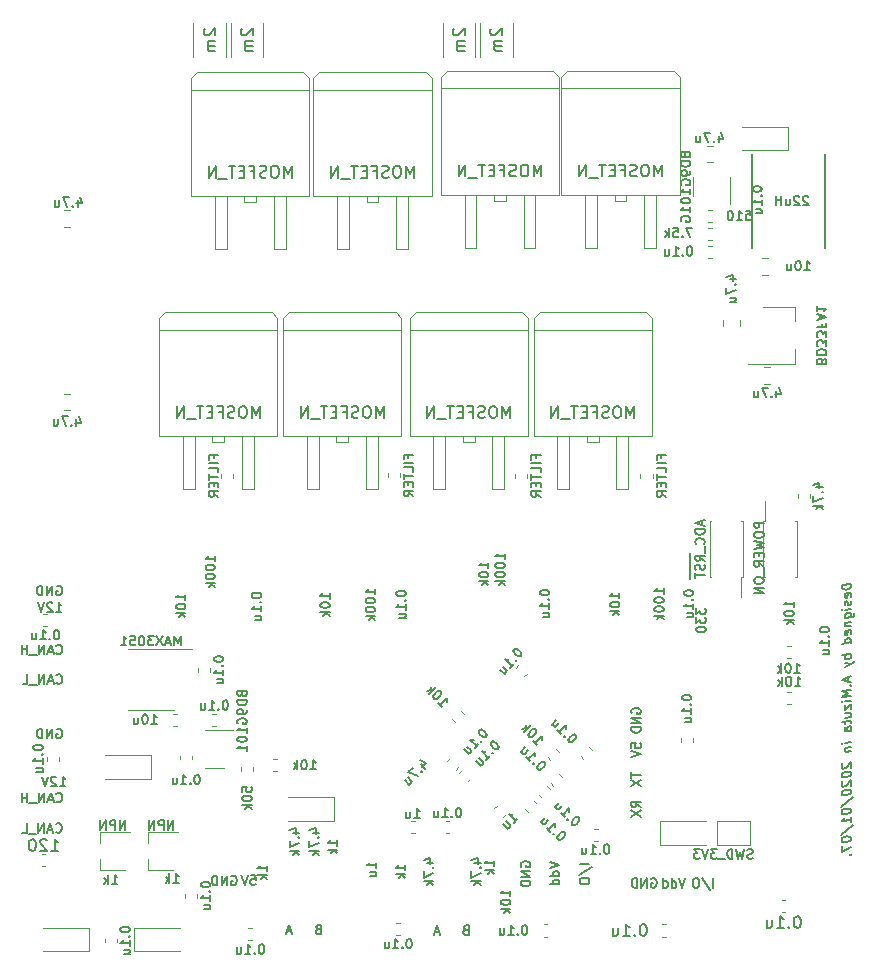
<source format=gbr>
G04 #@! TF.GenerationSoftware,KiCad,Pcbnew,(5.1.4)-1*
G04 #@! TF.CreationDate,2020-02-28T15:48:53+09:00*
G04 #@! TF.ProjectId,NormalMD,4e6f726d-616c-44d4-942e-6b696361645f,rev?*
G04 #@! TF.SameCoordinates,Original*
G04 #@! TF.FileFunction,Legend,Bot*
G04 #@! TF.FilePolarity,Positive*
%FSLAX46Y46*%
G04 Gerber Fmt 4.6, Leading zero omitted, Abs format (unit mm)*
G04 Created by KiCad (PCBNEW (5.1.4)-1) date 2020-02-28 15:48:53*
%MOMM*%
%LPD*%
G04 APERTURE LIST*
%ADD10C,0.150000*%
%ADD11C,0.200000*%
%ADD12C,0.100000*%
%ADD13C,0.120000*%
G04 APERTURE END LIST*
D10*
X112140476Y-132133333D02*
X111759523Y-132133333D01*
X112216666Y-132361904D02*
X111950000Y-131561904D01*
X111683333Y-132361904D01*
X114392857Y-131942857D02*
X114278571Y-131980952D01*
X114240476Y-132019047D01*
X114202380Y-132095238D01*
X114202380Y-132209523D01*
X114240476Y-132285714D01*
X114278571Y-132323809D01*
X114354761Y-132361904D01*
X114659523Y-132361904D01*
X114659523Y-131561904D01*
X114392857Y-131561904D01*
X114316666Y-131600000D01*
X114278571Y-131638095D01*
X114240476Y-131714285D01*
X114240476Y-131790476D01*
X114278571Y-131866666D01*
X114316666Y-131904761D01*
X114392857Y-131942857D01*
X114659523Y-131942857D01*
X101892857Y-131892857D02*
X101778571Y-131930952D01*
X101740476Y-131969047D01*
X101702380Y-132045238D01*
X101702380Y-132159523D01*
X101740476Y-132235714D01*
X101778571Y-132273809D01*
X101854761Y-132311904D01*
X102159523Y-132311904D01*
X102159523Y-131511904D01*
X101892857Y-131511904D01*
X101816666Y-131550000D01*
X101778571Y-131588095D01*
X101740476Y-131664285D01*
X101740476Y-131740476D01*
X101778571Y-131816666D01*
X101816666Y-131854761D01*
X101892857Y-131892857D01*
X102159523Y-131892857D01*
X99640476Y-132083333D02*
X99259523Y-132083333D01*
X99716666Y-132311904D02*
X99450000Y-131511904D01*
X99183333Y-132311904D01*
X121511904Y-126209523D02*
X122311904Y-126476190D01*
X121511904Y-126742857D01*
X122311904Y-127352380D02*
X121511904Y-127352380D01*
X122273809Y-127352380D02*
X122311904Y-127276190D01*
X122311904Y-127123809D01*
X122273809Y-127047619D01*
X122235714Y-127009523D01*
X122159523Y-126971428D01*
X121930952Y-126971428D01*
X121854761Y-127009523D01*
X121816666Y-127047619D01*
X121778571Y-127123809D01*
X121778571Y-127276190D01*
X121816666Y-127352380D01*
X122311904Y-128076190D02*
X121511904Y-128076190D01*
X122273809Y-128076190D02*
X122311904Y-128000000D01*
X122311904Y-127847619D01*
X122273809Y-127771428D01*
X122235714Y-127733333D01*
X122159523Y-127695238D01*
X121930952Y-127695238D01*
X121854761Y-127733333D01*
X121816666Y-127771428D01*
X121778571Y-127847619D01*
X121778571Y-128000000D01*
X121816666Y-128076190D01*
X80045238Y-119761904D02*
X80502380Y-119761904D01*
X80273809Y-119761904D02*
X80273809Y-118961904D01*
X80350000Y-119076190D01*
X80426190Y-119152380D01*
X80502380Y-119190476D01*
X79740476Y-119038095D02*
X79702380Y-119000000D01*
X79626190Y-118961904D01*
X79435714Y-118961904D01*
X79359523Y-119000000D01*
X79321428Y-119038095D01*
X79283333Y-119114285D01*
X79283333Y-119190476D01*
X79321428Y-119304761D01*
X79778571Y-119761904D01*
X79283333Y-119761904D01*
X79054761Y-118961904D02*
X78788095Y-119761904D01*
X78521428Y-118961904D01*
X79759523Y-114950000D02*
X79835714Y-114911904D01*
X79950000Y-114911904D01*
X80064285Y-114950000D01*
X80140476Y-115026190D01*
X80178571Y-115102380D01*
X80216666Y-115254761D01*
X80216666Y-115369047D01*
X80178571Y-115521428D01*
X80140476Y-115597619D01*
X80064285Y-115673809D01*
X79950000Y-115711904D01*
X79873809Y-115711904D01*
X79759523Y-115673809D01*
X79721428Y-115635714D01*
X79721428Y-115369047D01*
X79873809Y-115369047D01*
X79378571Y-115711904D02*
X79378571Y-114911904D01*
X78921428Y-115711904D01*
X78921428Y-114911904D01*
X78540476Y-115711904D02*
X78540476Y-114911904D01*
X78350000Y-114911904D01*
X78235714Y-114950000D01*
X78159523Y-115026190D01*
X78121428Y-115102380D01*
X78083333Y-115254761D01*
X78083333Y-115369047D01*
X78121428Y-115521428D01*
X78159523Y-115597619D01*
X78235714Y-115673809D01*
X78350000Y-115711904D01*
X78540476Y-115711904D01*
X79738095Y-121085714D02*
X79776190Y-121123809D01*
X79890476Y-121161904D01*
X79966666Y-121161904D01*
X80080952Y-121123809D01*
X80157142Y-121047619D01*
X80195238Y-120971428D01*
X80233333Y-120819047D01*
X80233333Y-120704761D01*
X80195238Y-120552380D01*
X80157142Y-120476190D01*
X80080952Y-120400000D01*
X79966666Y-120361904D01*
X79890476Y-120361904D01*
X79776190Y-120400000D01*
X79738095Y-120438095D01*
X79433333Y-120933333D02*
X79052380Y-120933333D01*
X79509523Y-121161904D02*
X79242857Y-120361904D01*
X78976190Y-121161904D01*
X78709523Y-121161904D02*
X78709523Y-120361904D01*
X78252380Y-121161904D01*
X78252380Y-120361904D01*
X78061904Y-121238095D02*
X77452380Y-121238095D01*
X77261904Y-121161904D02*
X77261904Y-120361904D01*
X77261904Y-120742857D02*
X76804761Y-120742857D01*
X76804761Y-121161904D02*
X76804761Y-120361904D01*
X79692857Y-123635714D02*
X79730952Y-123673809D01*
X79845238Y-123711904D01*
X79921428Y-123711904D01*
X80035714Y-123673809D01*
X80111904Y-123597619D01*
X80150000Y-123521428D01*
X80188095Y-123369047D01*
X80188095Y-123254761D01*
X80150000Y-123102380D01*
X80111904Y-123026190D01*
X80035714Y-122950000D01*
X79921428Y-122911904D01*
X79845238Y-122911904D01*
X79730952Y-122950000D01*
X79692857Y-122988095D01*
X79388095Y-123483333D02*
X79007142Y-123483333D01*
X79464285Y-123711904D02*
X79197619Y-122911904D01*
X78930952Y-123711904D01*
X78664285Y-123711904D02*
X78664285Y-122911904D01*
X78207142Y-123711904D01*
X78207142Y-122911904D01*
X78016666Y-123788095D02*
X77407142Y-123788095D01*
X76835714Y-123711904D02*
X77216666Y-123711904D01*
X77216666Y-122911904D01*
X79742857Y-111035714D02*
X79780952Y-111073809D01*
X79895238Y-111111904D01*
X79971428Y-111111904D01*
X80085714Y-111073809D01*
X80161904Y-110997619D01*
X80200000Y-110921428D01*
X80238095Y-110769047D01*
X80238095Y-110654761D01*
X80200000Y-110502380D01*
X80161904Y-110426190D01*
X80085714Y-110350000D01*
X79971428Y-110311904D01*
X79895238Y-110311904D01*
X79780952Y-110350000D01*
X79742857Y-110388095D01*
X79438095Y-110883333D02*
X79057142Y-110883333D01*
X79514285Y-111111904D02*
X79247619Y-110311904D01*
X78980952Y-111111904D01*
X78714285Y-111111904D02*
X78714285Y-110311904D01*
X78257142Y-111111904D01*
X78257142Y-110311904D01*
X78066666Y-111188095D02*
X77457142Y-111188095D01*
X76885714Y-111111904D02*
X77266666Y-111111904D01*
X77266666Y-110311904D01*
X79738095Y-108535714D02*
X79776190Y-108573809D01*
X79890476Y-108611904D01*
X79966666Y-108611904D01*
X80080952Y-108573809D01*
X80157142Y-108497619D01*
X80195238Y-108421428D01*
X80233333Y-108269047D01*
X80233333Y-108154761D01*
X80195238Y-108002380D01*
X80157142Y-107926190D01*
X80080952Y-107850000D01*
X79966666Y-107811904D01*
X79890476Y-107811904D01*
X79776190Y-107850000D01*
X79738095Y-107888095D01*
X79433333Y-108383333D02*
X79052380Y-108383333D01*
X79509523Y-108611904D02*
X79242857Y-107811904D01*
X78976190Y-108611904D01*
X78709523Y-108611904D02*
X78709523Y-107811904D01*
X78252380Y-108611904D01*
X78252380Y-107811904D01*
X78061904Y-108688095D02*
X77452380Y-108688095D01*
X77261904Y-108611904D02*
X77261904Y-107811904D01*
X77261904Y-108192857D02*
X76804761Y-108192857D01*
X76804761Y-108611904D02*
X76804761Y-107811904D01*
X79695238Y-105011904D02*
X80152380Y-105011904D01*
X79923809Y-105011904D02*
X79923809Y-104211904D01*
X80000000Y-104326190D01*
X80076190Y-104402380D01*
X80152380Y-104440476D01*
X79390476Y-104288095D02*
X79352380Y-104250000D01*
X79276190Y-104211904D01*
X79085714Y-104211904D01*
X79009523Y-104250000D01*
X78971428Y-104288095D01*
X78933333Y-104364285D01*
X78933333Y-104440476D01*
X78971428Y-104554761D01*
X79428571Y-105011904D01*
X78933333Y-105011904D01*
X78704761Y-104211904D02*
X78438095Y-105011904D01*
X78171428Y-104211904D01*
X79759523Y-102850000D02*
X79835714Y-102811904D01*
X79950000Y-102811904D01*
X80064285Y-102850000D01*
X80140476Y-102926190D01*
X80178571Y-103002380D01*
X80216666Y-103154761D01*
X80216666Y-103269047D01*
X80178571Y-103421428D01*
X80140476Y-103497619D01*
X80064285Y-103573809D01*
X79950000Y-103611904D01*
X79873809Y-103611904D01*
X79759523Y-103573809D01*
X79721428Y-103535714D01*
X79721428Y-103269047D01*
X79873809Y-103269047D01*
X79378571Y-103611904D02*
X79378571Y-102811904D01*
X78921428Y-103611904D01*
X78921428Y-102811904D01*
X78540476Y-103611904D02*
X78540476Y-102811904D01*
X78350000Y-102811904D01*
X78235714Y-102850000D01*
X78159523Y-102926190D01*
X78121428Y-103002380D01*
X78083333Y-103154761D01*
X78083333Y-103269047D01*
X78121428Y-103421428D01*
X78159523Y-103497619D01*
X78235714Y-103573809D01*
X78350000Y-103611904D01*
X78540476Y-103611904D01*
X96202380Y-127311904D02*
X96583333Y-127311904D01*
X96621428Y-127692857D01*
X96583333Y-127654761D01*
X96507142Y-127616666D01*
X96316666Y-127616666D01*
X96240476Y-127654761D01*
X96202380Y-127692857D01*
X96164285Y-127769047D01*
X96164285Y-127959523D01*
X96202380Y-128035714D01*
X96240476Y-128073809D01*
X96316666Y-128111904D01*
X96507142Y-128111904D01*
X96583333Y-128073809D01*
X96621428Y-128035714D01*
X95935714Y-127311904D02*
X95669047Y-128111904D01*
X95402380Y-127311904D01*
X94559523Y-127400000D02*
X94635714Y-127361904D01*
X94750000Y-127361904D01*
X94864285Y-127400000D01*
X94940476Y-127476190D01*
X94978571Y-127552380D01*
X95016666Y-127704761D01*
X95016666Y-127819047D01*
X94978571Y-127971428D01*
X94940476Y-128047619D01*
X94864285Y-128123809D01*
X94750000Y-128161904D01*
X94673809Y-128161904D01*
X94559523Y-128123809D01*
X94521428Y-128085714D01*
X94521428Y-127819047D01*
X94673809Y-127819047D01*
X94178571Y-128161904D02*
X94178571Y-127361904D01*
X93721428Y-128161904D01*
X93721428Y-127361904D01*
X93340476Y-128161904D02*
X93340476Y-127361904D01*
X93150000Y-127361904D01*
X93035714Y-127400000D01*
X92959523Y-127476190D01*
X92921428Y-127552380D01*
X92883333Y-127704761D01*
X92883333Y-127819047D01*
X92921428Y-127971428D01*
X92959523Y-128047619D01*
X93035714Y-128123809D01*
X93150000Y-128161904D01*
X93340476Y-128161904D01*
X129211904Y-121566666D02*
X128830952Y-121300000D01*
X129211904Y-121109523D02*
X128411904Y-121109523D01*
X128411904Y-121414285D01*
X128450000Y-121490476D01*
X128488095Y-121528571D01*
X128564285Y-121566666D01*
X128678571Y-121566666D01*
X128754761Y-121528571D01*
X128792857Y-121490476D01*
X128830952Y-121414285D01*
X128830952Y-121109523D01*
X128411904Y-121833333D02*
X129211904Y-122366666D01*
X128411904Y-122366666D02*
X129211904Y-121833333D01*
X128411904Y-118590476D02*
X128411904Y-119047619D01*
X129211904Y-118819047D02*
X128411904Y-118819047D01*
X128411904Y-119238095D02*
X129211904Y-119771428D01*
X128411904Y-119771428D02*
X129211904Y-119238095D01*
X128450000Y-113590476D02*
X128411904Y-113514285D01*
X128411904Y-113400000D01*
X128450000Y-113285714D01*
X128526190Y-113209523D01*
X128602380Y-113171428D01*
X128754761Y-113133333D01*
X128869047Y-113133333D01*
X129021428Y-113171428D01*
X129097619Y-113209523D01*
X129173809Y-113285714D01*
X129211904Y-113400000D01*
X129211904Y-113476190D01*
X129173809Y-113590476D01*
X129135714Y-113628571D01*
X128869047Y-113628571D01*
X128869047Y-113476190D01*
X129211904Y-113971428D02*
X128411904Y-113971428D01*
X129211904Y-114428571D01*
X128411904Y-114428571D01*
X129211904Y-114809523D02*
X128411904Y-114809523D01*
X128411904Y-115000000D01*
X128450000Y-115114285D01*
X128526190Y-115190476D01*
X128602380Y-115228571D01*
X128754761Y-115266666D01*
X128869047Y-115266666D01*
X129021428Y-115228571D01*
X129097619Y-115190476D01*
X129173809Y-115114285D01*
X129211904Y-115000000D01*
X129211904Y-114809523D01*
X128411904Y-116547619D02*
X128411904Y-116166666D01*
X128792857Y-116128571D01*
X128754761Y-116166666D01*
X128716666Y-116242857D01*
X128716666Y-116433333D01*
X128754761Y-116509523D01*
X128792857Y-116547619D01*
X128869047Y-116585714D01*
X129059523Y-116585714D01*
X129135714Y-116547619D01*
X129173809Y-116509523D01*
X129211904Y-116433333D01*
X129211904Y-116242857D01*
X129173809Y-116166666D01*
X129135714Y-116128571D01*
X128411904Y-116814285D02*
X129211904Y-117080952D01*
X128411904Y-117347619D01*
X119100000Y-126590476D02*
X119061904Y-126514285D01*
X119061904Y-126400000D01*
X119100000Y-126285714D01*
X119176190Y-126209523D01*
X119252380Y-126171428D01*
X119404761Y-126133333D01*
X119519047Y-126133333D01*
X119671428Y-126171428D01*
X119747619Y-126209523D01*
X119823809Y-126285714D01*
X119861904Y-126400000D01*
X119861904Y-126476190D01*
X119823809Y-126590476D01*
X119785714Y-126628571D01*
X119519047Y-126628571D01*
X119519047Y-126476190D01*
X119861904Y-126971428D02*
X119061904Y-126971428D01*
X119861904Y-127428571D01*
X119061904Y-127428571D01*
X119861904Y-127809523D02*
X119061904Y-127809523D01*
X119061904Y-128000000D01*
X119100000Y-128114285D01*
X119176190Y-128190476D01*
X119252380Y-128228571D01*
X119404761Y-128266666D01*
X119519047Y-128266666D01*
X119671428Y-128228571D01*
X119747619Y-128190476D01*
X119823809Y-128114285D01*
X119861904Y-128000000D01*
X119861904Y-127809523D01*
X124861904Y-126361904D02*
X124061904Y-126361904D01*
X124023809Y-127314285D02*
X125052380Y-126628571D01*
X124061904Y-127733333D02*
X124061904Y-127885714D01*
X124100000Y-127961904D01*
X124176190Y-128038095D01*
X124328571Y-128076190D01*
X124595238Y-128076190D01*
X124747619Y-128038095D01*
X124823809Y-127961904D01*
X124861904Y-127885714D01*
X124861904Y-127733333D01*
X124823809Y-127657142D01*
X124747619Y-127580952D01*
X124595238Y-127542857D01*
X124328571Y-127542857D01*
X124176190Y-127580952D01*
X124100000Y-127657142D01*
X124061904Y-127733333D01*
X135338095Y-128361904D02*
X135338095Y-127561904D01*
X134385714Y-127523809D02*
X135071428Y-128552380D01*
X133966666Y-127561904D02*
X133814285Y-127561904D01*
X133738095Y-127600000D01*
X133661904Y-127676190D01*
X133623809Y-127828571D01*
X133623809Y-128095238D01*
X133661904Y-128247619D01*
X133738095Y-128323809D01*
X133814285Y-128361904D01*
X133966666Y-128361904D01*
X134042857Y-128323809D01*
X134119047Y-128247619D01*
X134157142Y-128095238D01*
X134157142Y-127828571D01*
X134119047Y-127676190D01*
X134042857Y-127600000D01*
X133966666Y-127561904D01*
X132990476Y-127561904D02*
X132723809Y-128361904D01*
X132457142Y-127561904D01*
X131847619Y-128361904D02*
X131847619Y-127561904D01*
X131847619Y-128323809D02*
X131923809Y-128361904D01*
X132076190Y-128361904D01*
X132152380Y-128323809D01*
X132190476Y-128285714D01*
X132228571Y-128209523D01*
X132228571Y-127980952D01*
X132190476Y-127904761D01*
X132152380Y-127866666D01*
X132076190Y-127828571D01*
X131923809Y-127828571D01*
X131847619Y-127866666D01*
X131123809Y-128361904D02*
X131123809Y-127561904D01*
X131123809Y-128323809D02*
X131200000Y-128361904D01*
X131352380Y-128361904D01*
X131428571Y-128323809D01*
X131466666Y-128285714D01*
X131504761Y-128209523D01*
X131504761Y-127980952D01*
X131466666Y-127904761D01*
X131428571Y-127866666D01*
X131352380Y-127828571D01*
X131200000Y-127828571D01*
X131123809Y-127866666D01*
X130109523Y-127600000D02*
X130185714Y-127561904D01*
X130300000Y-127561904D01*
X130414285Y-127600000D01*
X130490476Y-127676190D01*
X130528571Y-127752380D01*
X130566666Y-127904761D01*
X130566666Y-128019047D01*
X130528571Y-128171428D01*
X130490476Y-128247619D01*
X130414285Y-128323809D01*
X130300000Y-128361904D01*
X130223809Y-128361904D01*
X130109523Y-128323809D01*
X130071428Y-128285714D01*
X130071428Y-128019047D01*
X130223809Y-128019047D01*
X129728571Y-128361904D02*
X129728571Y-127561904D01*
X129271428Y-128361904D01*
X129271428Y-127561904D01*
X128890476Y-128361904D02*
X128890476Y-127561904D01*
X128700000Y-127561904D01*
X128585714Y-127600000D01*
X128509523Y-127676190D01*
X128471428Y-127752380D01*
X128433333Y-127904761D01*
X128433333Y-128019047D01*
X128471428Y-128171428D01*
X128509523Y-128247619D01*
X128585714Y-128323809D01*
X128700000Y-128361904D01*
X128890476Y-128361904D01*
D11*
X147011904Y-102625238D02*
X146211904Y-102725238D01*
X146211904Y-102915714D01*
X146250000Y-103025238D01*
X146326190Y-103091904D01*
X146402380Y-103120476D01*
X146554761Y-103139523D01*
X146669047Y-103125238D01*
X146821428Y-103068095D01*
X146897619Y-103020476D01*
X146973809Y-102934761D01*
X147011904Y-102815714D01*
X147011904Y-102625238D01*
X146973809Y-103734761D02*
X147011904Y-103653809D01*
X147011904Y-103501428D01*
X146973809Y-103430000D01*
X146897619Y-103401428D01*
X146592857Y-103439523D01*
X146516666Y-103487142D01*
X146478571Y-103568095D01*
X146478571Y-103720476D01*
X146516666Y-103791904D01*
X146592857Y-103820476D01*
X146669047Y-103810952D01*
X146745238Y-103420476D01*
X146973809Y-104077619D02*
X147011904Y-104149047D01*
X147011904Y-104301428D01*
X146973809Y-104382380D01*
X146897619Y-104430000D01*
X146859523Y-104434761D01*
X146783333Y-104406190D01*
X146745238Y-104334761D01*
X146745238Y-104220476D01*
X146707142Y-104149047D01*
X146630952Y-104120476D01*
X146592857Y-104125238D01*
X146516666Y-104172857D01*
X146478571Y-104253809D01*
X146478571Y-104368095D01*
X146516666Y-104439523D01*
X147011904Y-104758571D02*
X146478571Y-104825238D01*
X146211904Y-104858571D02*
X146250000Y-104815714D01*
X146288095Y-104849047D01*
X146250000Y-104891904D01*
X146211904Y-104858571D01*
X146288095Y-104849047D01*
X146478571Y-105549047D02*
X147126190Y-105468095D01*
X147202380Y-105420476D01*
X147240476Y-105377619D01*
X147278571Y-105296666D01*
X147278571Y-105182380D01*
X147240476Y-105110952D01*
X146973809Y-105487142D02*
X147011904Y-105406190D01*
X147011904Y-105253809D01*
X146973809Y-105182380D01*
X146935714Y-105149047D01*
X146859523Y-105120476D01*
X146630952Y-105149047D01*
X146554761Y-105196666D01*
X146516666Y-105239523D01*
X146478571Y-105320476D01*
X146478571Y-105472857D01*
X146516666Y-105544285D01*
X146478571Y-105930000D02*
X147011904Y-105863333D01*
X146554761Y-105920476D02*
X146516666Y-105963333D01*
X146478571Y-106044285D01*
X146478571Y-106158571D01*
X146516666Y-106230000D01*
X146592857Y-106258571D01*
X147011904Y-106206190D01*
X146973809Y-106896666D02*
X147011904Y-106815714D01*
X147011904Y-106663333D01*
X146973809Y-106591904D01*
X146897619Y-106563333D01*
X146592857Y-106601428D01*
X146516666Y-106649047D01*
X146478571Y-106730000D01*
X146478571Y-106882380D01*
X146516666Y-106953809D01*
X146592857Y-106982380D01*
X146669047Y-106972857D01*
X146745238Y-106582380D01*
X147011904Y-107615714D02*
X146211904Y-107715714D01*
X146973809Y-107620476D02*
X147011904Y-107539523D01*
X147011904Y-107387142D01*
X146973809Y-107315714D01*
X146935714Y-107282380D01*
X146859523Y-107253809D01*
X146630952Y-107282380D01*
X146554761Y-107330000D01*
X146516666Y-107372857D01*
X146478571Y-107453809D01*
X146478571Y-107606190D01*
X146516666Y-107677619D01*
X147011904Y-108606190D02*
X146211904Y-108706190D01*
X146516666Y-108668095D02*
X146478571Y-108749047D01*
X146478571Y-108901428D01*
X146516666Y-108972857D01*
X146554761Y-109006190D01*
X146630952Y-109034761D01*
X146859523Y-109006190D01*
X146935714Y-108958571D01*
X146973809Y-108915714D01*
X147011904Y-108834761D01*
X147011904Y-108682380D01*
X146973809Y-108610952D01*
X146478571Y-109320476D02*
X147011904Y-109444285D01*
X146478571Y-109701428D02*
X147011904Y-109444285D01*
X147202380Y-109344285D01*
X147240476Y-109301428D01*
X147278571Y-109220476D01*
X146783333Y-110539523D02*
X146783333Y-110920476D01*
X147011904Y-110434761D02*
X146211904Y-110801428D01*
X147011904Y-110968095D01*
X146935714Y-111244285D02*
X146973809Y-111277619D01*
X147011904Y-111234761D01*
X146973809Y-111201428D01*
X146935714Y-111244285D01*
X147011904Y-111234761D01*
X147011904Y-111615714D02*
X146211904Y-111715714D01*
X146783333Y-111910952D01*
X146211904Y-112249047D01*
X147011904Y-112149047D01*
X147011904Y-112530000D02*
X146478571Y-112596666D01*
X146211904Y-112630000D02*
X146250000Y-112587142D01*
X146288095Y-112620476D01*
X146250000Y-112663333D01*
X146211904Y-112630000D01*
X146288095Y-112620476D01*
X146478571Y-112901428D02*
X146478571Y-113320476D01*
X147011904Y-112834761D01*
X147011904Y-113253809D01*
X146478571Y-113968095D02*
X147011904Y-113901428D01*
X146478571Y-113625238D02*
X146897619Y-113572857D01*
X146973809Y-113601428D01*
X147011904Y-113672857D01*
X147011904Y-113787142D01*
X146973809Y-113868095D01*
X146935714Y-113910952D01*
X146478571Y-114234761D02*
X146478571Y-114539523D01*
X146211904Y-114382380D02*
X146897619Y-114296666D01*
X146973809Y-114325238D01*
X147011904Y-114396666D01*
X147011904Y-114472857D01*
X147011904Y-115082380D02*
X146592857Y-115134761D01*
X146516666Y-115106190D01*
X146478571Y-115034761D01*
X146478571Y-114882380D01*
X146516666Y-114801428D01*
X146973809Y-115087142D02*
X147011904Y-115006190D01*
X147011904Y-114815714D01*
X146973809Y-114744285D01*
X146897619Y-114715714D01*
X146821428Y-114725238D01*
X146745238Y-114772857D01*
X146707142Y-114853809D01*
X146707142Y-115044285D01*
X146669047Y-115125238D01*
X147011904Y-116072857D02*
X146478571Y-116139523D01*
X146211904Y-116172857D02*
X146250000Y-116130000D01*
X146288095Y-116163333D01*
X146250000Y-116206190D01*
X146211904Y-116172857D01*
X146288095Y-116163333D01*
X146478571Y-116520476D02*
X147011904Y-116453809D01*
X146554761Y-116510952D02*
X146516666Y-116553809D01*
X146478571Y-116634761D01*
X146478571Y-116749047D01*
X146516666Y-116820476D01*
X146592857Y-116849047D01*
X147011904Y-116796666D01*
X146288095Y-117839523D02*
X146250000Y-117882380D01*
X146211904Y-117963333D01*
X146211904Y-118153809D01*
X146250000Y-118225238D01*
X146288095Y-118258571D01*
X146364285Y-118287142D01*
X146440476Y-118277619D01*
X146554761Y-118225238D01*
X147011904Y-117710952D01*
X147011904Y-118206190D01*
X146211904Y-118801428D02*
X146211904Y-118877619D01*
X146250000Y-118949047D01*
X146288095Y-118982380D01*
X146364285Y-119010952D01*
X146516666Y-119030000D01*
X146707142Y-119006190D01*
X146859523Y-118949047D01*
X146935714Y-118901428D01*
X146973809Y-118858571D01*
X147011904Y-118777619D01*
X147011904Y-118701428D01*
X146973809Y-118630000D01*
X146935714Y-118596666D01*
X146859523Y-118568095D01*
X146707142Y-118549047D01*
X146516666Y-118572857D01*
X146364285Y-118630000D01*
X146288095Y-118677619D01*
X146250000Y-118720476D01*
X146211904Y-118801428D01*
X146288095Y-119363333D02*
X146250000Y-119406190D01*
X146211904Y-119487142D01*
X146211904Y-119677619D01*
X146250000Y-119749047D01*
X146288095Y-119782380D01*
X146364285Y-119810952D01*
X146440476Y-119801428D01*
X146554761Y-119749047D01*
X147011904Y-119234761D01*
X147011904Y-119730000D01*
X146211904Y-120325238D02*
X146211904Y-120401428D01*
X146250000Y-120472857D01*
X146288095Y-120506190D01*
X146364285Y-120534761D01*
X146516666Y-120553809D01*
X146707142Y-120530000D01*
X146859523Y-120472857D01*
X146935714Y-120425238D01*
X146973809Y-120382380D01*
X147011904Y-120301428D01*
X147011904Y-120225238D01*
X146973809Y-120153809D01*
X146935714Y-120120476D01*
X146859523Y-120091904D01*
X146707142Y-120072857D01*
X146516666Y-120096666D01*
X146364285Y-120153809D01*
X146288095Y-120201428D01*
X146250000Y-120244285D01*
X146211904Y-120325238D01*
X146173809Y-121510952D02*
X147202380Y-120696666D01*
X146211904Y-121925238D02*
X146211904Y-122001428D01*
X146250000Y-122072857D01*
X146288095Y-122106190D01*
X146364285Y-122134761D01*
X146516666Y-122153809D01*
X146707142Y-122130000D01*
X146859523Y-122072857D01*
X146935714Y-122025238D01*
X146973809Y-121982380D01*
X147011904Y-121901428D01*
X147011904Y-121825238D01*
X146973809Y-121753809D01*
X146935714Y-121720476D01*
X146859523Y-121691904D01*
X146707142Y-121672857D01*
X146516666Y-121696666D01*
X146364285Y-121753809D01*
X146288095Y-121801428D01*
X146250000Y-121844285D01*
X146211904Y-121925238D01*
X147011904Y-122853809D02*
X147011904Y-122396666D01*
X147011904Y-122625238D02*
X146211904Y-122725238D01*
X146326190Y-122634761D01*
X146402380Y-122549047D01*
X146440476Y-122468095D01*
X146173809Y-123872857D02*
X147202380Y-123058571D01*
X146211904Y-124287142D02*
X146211904Y-124363333D01*
X146250000Y-124434761D01*
X146288095Y-124468095D01*
X146364285Y-124496666D01*
X146516666Y-124515714D01*
X146707142Y-124491904D01*
X146859523Y-124434761D01*
X146935714Y-124387142D01*
X146973809Y-124344285D01*
X147011904Y-124263333D01*
X147011904Y-124187142D01*
X146973809Y-124115714D01*
X146935714Y-124082380D01*
X146859523Y-124053809D01*
X146707142Y-124034761D01*
X146516666Y-124058571D01*
X146364285Y-124115714D01*
X146288095Y-124163333D01*
X146250000Y-124206190D01*
X146211904Y-124287142D01*
X146211904Y-124820476D02*
X146211904Y-125353809D01*
X147011904Y-124910952D01*
X146935714Y-125568095D02*
X146973809Y-125601428D01*
X147011904Y-125558571D01*
X146973809Y-125525238D01*
X146935714Y-125568095D01*
X147011904Y-125558571D01*
D12*
X109650000Y-90150000D02*
X119650000Y-90150000D01*
X109650000Y-90150000D02*
X109650000Y-81150000D01*
X109650000Y-81150000D02*
X119650000Y-81150000D01*
X119650000Y-81150000D02*
X119650000Y-90150000D01*
X119650000Y-81150000D02*
X119650000Y-80150000D01*
X109650000Y-81150000D02*
X109650000Y-80150000D01*
X109650000Y-80150000D02*
X110150000Y-79650000D01*
X119150000Y-79650000D02*
X119650000Y-80150000D01*
X110150000Y-79650000D02*
X119150000Y-79650000D01*
X116650000Y-94650000D02*
X116650000Y-90150000D01*
X117650000Y-94650000D02*
X116650000Y-94650000D01*
X117650000Y-90150000D02*
X117650000Y-94650000D01*
X111650000Y-94650000D02*
X111650000Y-90150000D01*
X112650000Y-94650000D02*
X111650000Y-94650000D01*
X112650000Y-90150000D02*
X112650000Y-94650000D01*
X114150000Y-90650000D02*
X114150000Y-90150000D01*
X115150000Y-90650000D02*
X114150000Y-90650000D01*
X115150000Y-90150000D02*
X115150000Y-90650000D01*
X117800000Y-69700000D02*
X117800000Y-70200000D01*
X117800000Y-70200000D02*
X116800000Y-70200000D01*
X116800000Y-70200000D02*
X116800000Y-69700000D01*
X115300000Y-69700000D02*
X115300000Y-74200000D01*
X115300000Y-74200000D02*
X114300000Y-74200000D01*
X114300000Y-74200000D02*
X114300000Y-69700000D01*
X120300000Y-69700000D02*
X120300000Y-74200000D01*
X120300000Y-74200000D02*
X119300000Y-74200000D01*
X119300000Y-74200000D02*
X119300000Y-69700000D01*
X112800000Y-59200000D02*
X121800000Y-59200000D01*
X121800000Y-59200000D02*
X122300000Y-59700000D01*
X112300000Y-59700000D02*
X112800000Y-59200000D01*
X112300000Y-60700000D02*
X112300000Y-59700000D01*
X122300000Y-60700000D02*
X122300000Y-59700000D01*
X122300000Y-60700000D02*
X122300000Y-69700000D01*
X112300000Y-60700000D02*
X122300000Y-60700000D01*
X112300000Y-69700000D02*
X112300000Y-60700000D01*
X112300000Y-69700000D02*
X122300000Y-69700000D01*
D13*
X113504478Y-114350727D02*
X113274273Y-114120522D01*
X114225727Y-113629478D02*
X113995522Y-113399273D01*
X141700000Y-63950000D02*
X141700000Y-65950000D01*
X141700000Y-65950000D02*
X137800000Y-65950000D01*
X141700000Y-63950000D02*
X137800000Y-63950000D01*
X87750000Y-117150000D02*
X87750000Y-119150000D01*
X87750000Y-119150000D02*
X83850000Y-119150000D01*
X87750000Y-117150000D02*
X83850000Y-117150000D01*
X78812779Y-125540000D02*
X78487221Y-125540000D01*
X78812779Y-126560000D02*
X78487221Y-126560000D01*
X141462779Y-129390000D02*
X141137221Y-129390000D01*
X141462779Y-130410000D02*
X141137221Y-130410000D01*
X119424273Y-121720522D02*
X119654478Y-121950727D01*
X120145522Y-120999273D02*
X120375727Y-121229478D01*
X124845522Y-116499273D02*
X125075727Y-116729478D01*
X124124273Y-117220522D02*
X124354478Y-117450727D01*
X78637221Y-105240000D02*
X78962779Y-105240000D01*
X78637221Y-106260000D02*
X78962779Y-106260000D01*
X118612076Y-109804712D02*
X118829917Y-109562775D01*
X119370083Y-110487225D02*
X119587924Y-110245288D01*
X117775727Y-122145522D02*
X117545522Y-122375727D01*
X117054478Y-121424273D02*
X116824273Y-121654478D01*
X79960000Y-117287221D02*
X79960000Y-117612779D01*
X78940000Y-117287221D02*
X78940000Y-117612779D01*
X132615000Y-115737221D02*
X132615000Y-116062779D01*
X133635000Y-115737221D02*
X133635000Y-116062779D01*
X120987221Y-131490000D02*
X121312779Y-131490000D01*
X120987221Y-132510000D02*
X121312779Y-132510000D01*
X135212779Y-74040000D02*
X134887221Y-74040000D01*
X135212779Y-75060000D02*
X134887221Y-75060000D01*
X139491422Y-76460000D02*
X140008578Y-76460000D01*
X139491422Y-75040000D02*
X140008578Y-75040000D01*
X136190000Y-80291422D02*
X136190000Y-80808578D01*
X137610000Y-80291422D02*
X137610000Y-80808578D01*
X139666422Y-84290000D02*
X140183578Y-84290000D01*
X139666422Y-85710000D02*
X140183578Y-85710000D01*
X130850000Y-124750000D02*
X134750000Y-124750000D01*
X130850000Y-122750000D02*
X134750000Y-122750000D01*
X130850000Y-124750000D02*
X130850000Y-122750000D01*
X103250000Y-120700000D02*
X103250000Y-122700000D01*
X103250000Y-122700000D02*
X99350000Y-122700000D01*
X103250000Y-120700000D02*
X99350000Y-120700000D01*
X138500000Y-124750000D02*
X138500000Y-122750000D01*
X135700000Y-124750000D02*
X138500000Y-124750000D01*
X135700000Y-122750000D02*
X135700000Y-124750000D01*
X138500000Y-122750000D02*
X135700000Y-122750000D01*
D10*
X144850000Y-66250000D02*
X144850000Y-74250000D01*
X138650000Y-66250000D02*
X138650000Y-74250000D01*
D13*
X141912779Y-108970000D02*
X141587221Y-108970000D01*
X141912779Y-107950000D02*
X141587221Y-107950000D01*
X141962779Y-112800000D02*
X141637221Y-112800000D01*
X141962779Y-111780000D02*
X141637221Y-111780000D01*
X121324273Y-117345522D02*
X121554478Y-117575727D01*
X122045522Y-116624273D02*
X122275727Y-116854478D01*
X135212779Y-73510000D02*
X134887221Y-73510000D01*
X135212779Y-72490000D02*
X134887221Y-72490000D01*
X134887221Y-72010000D02*
X135212779Y-72010000D01*
X134887221Y-70990000D02*
X135212779Y-70990000D01*
X94710000Y-93337221D02*
X94710000Y-93662779D01*
X93690000Y-93337221D02*
X93690000Y-93662779D01*
X107840000Y-93612779D02*
X107840000Y-93287221D01*
X108860000Y-93612779D02*
X108860000Y-93287221D01*
X96410000Y-118462779D02*
X96410000Y-118137221D01*
X95390000Y-118462779D02*
X95390000Y-118137221D01*
X98087221Y-118510000D02*
X98412779Y-118510000D01*
X98087221Y-117490000D02*
X98412779Y-117490000D01*
X142490000Y-95362779D02*
X142490000Y-95037221D01*
X143510000Y-95362779D02*
X143510000Y-95037221D01*
X87750000Y-108190000D02*
X91200000Y-108190000D01*
X87750000Y-108190000D02*
X85800000Y-108190000D01*
X87750000Y-113310000D02*
X89700000Y-113310000D01*
X87750000Y-113310000D02*
X85800000Y-113310000D01*
X93950000Y-118200000D02*
X92350000Y-118200000D01*
X92350000Y-115000000D02*
X94650000Y-115000000D01*
X137700000Y-102100000D02*
X137700000Y-103800000D01*
X135200000Y-97300000D02*
X135050000Y-97300000D01*
X135050000Y-97300000D02*
X135050000Y-102100000D01*
X135050000Y-102100000D02*
X135200000Y-102100000D01*
X137700000Y-102100000D02*
X137850000Y-102100000D01*
X137850000Y-102100000D02*
X137850000Y-97300000D01*
X137850000Y-97300000D02*
X137700000Y-97300000D01*
X136800000Y-68200000D02*
X136800000Y-70500000D01*
X133600000Y-69800000D02*
X133600000Y-68200000D01*
X142280000Y-80400000D02*
X142280000Y-79200000D01*
X142280000Y-79200000D02*
X139580000Y-79200000D01*
X138280000Y-84000000D02*
X142280000Y-84000000D01*
X142280000Y-84000000D02*
X142280000Y-82800000D01*
X139600000Y-102100000D02*
X139750000Y-102100000D01*
X139600000Y-97300000D02*
X139600000Y-102100000D01*
X139750000Y-97300000D02*
X139600000Y-97300000D01*
X142400000Y-97300000D02*
X142250000Y-97300000D01*
X142400000Y-102100000D02*
X142400000Y-97300000D01*
X142250000Y-102100000D02*
X142400000Y-102100000D01*
X139750000Y-97300000D02*
X139750000Y-95600000D01*
X134791422Y-66960000D02*
X135308578Y-66960000D01*
X134791422Y-65540000D02*
X135308578Y-65540000D01*
X95987221Y-132810000D02*
X96312779Y-132810000D01*
X95987221Y-131790000D02*
X96312779Y-131790000D01*
X90190000Y-117187221D02*
X90190000Y-117512779D01*
X91210000Y-117187221D02*
X91210000Y-117512779D01*
X92937221Y-114660000D02*
X93262779Y-114660000D01*
X92937221Y-113640000D02*
X93262779Y-113640000D01*
X92760000Y-110112779D02*
X92760000Y-109787221D01*
X91740000Y-110112779D02*
X91740000Y-109787221D01*
X80908578Y-71040000D02*
X80391422Y-71040000D01*
X80908578Y-72460000D02*
X80391422Y-72460000D01*
X80908578Y-87960000D02*
X80391422Y-87960000D01*
X80908578Y-86540000D02*
X80391422Y-86540000D01*
X108487221Y-132410000D02*
X108812779Y-132410000D01*
X108487221Y-131390000D02*
X108812779Y-131390000D01*
X130987221Y-132510000D02*
X131312779Y-132510000D01*
X130987221Y-131490000D02*
X131312779Y-131490000D01*
X89937779Y-113640000D02*
X89612221Y-113640000D01*
X89937779Y-114660000D02*
X89612221Y-114660000D01*
X118590000Y-93337221D02*
X118590000Y-93662779D01*
X119610000Y-93337221D02*
X119610000Y-93662779D01*
X130210000Y-93337221D02*
X130210000Y-93662779D01*
X129190000Y-93337221D02*
X129190000Y-93662779D01*
X114054478Y-118424273D02*
X113824273Y-118654478D01*
X114775727Y-119145522D02*
X114545522Y-119375727D01*
X122295522Y-118774273D02*
X122525727Y-119004478D01*
X121574273Y-119495522D02*
X121804478Y-119725727D01*
X113775727Y-118145522D02*
X113545522Y-118375727D01*
X113054478Y-117424273D02*
X112824273Y-117654478D01*
X120574273Y-120495522D02*
X120804478Y-120725727D01*
X121295522Y-119774273D02*
X121525727Y-120004478D01*
X125237221Y-123390000D02*
X125562779Y-123390000D01*
X125237221Y-124410000D02*
X125562779Y-124410000D01*
X113012779Y-122690000D02*
X112687221Y-122690000D01*
X113012779Y-123710000D02*
X112687221Y-123710000D01*
X109737221Y-122690000D02*
X110062779Y-122690000D01*
X109737221Y-123710000D02*
X110062779Y-123710000D01*
D12*
X91150000Y-69800000D02*
X101150000Y-69800000D01*
X91150000Y-69800000D02*
X91150000Y-60800000D01*
X91150000Y-60800000D02*
X101150000Y-60800000D01*
X101150000Y-60800000D02*
X101150000Y-69800000D01*
X101150000Y-60800000D02*
X101150000Y-59800000D01*
X91150000Y-60800000D02*
X91150000Y-59800000D01*
X91150000Y-59800000D02*
X91650000Y-59300000D01*
X100650000Y-59300000D02*
X101150000Y-59800000D01*
X91650000Y-59300000D02*
X100650000Y-59300000D01*
X98150000Y-74300000D02*
X98150000Y-69800000D01*
X99150000Y-74300000D02*
X98150000Y-74300000D01*
X99150000Y-69800000D02*
X99150000Y-74300000D01*
X93150000Y-74300000D02*
X93150000Y-69800000D01*
X94150000Y-74300000D02*
X93150000Y-74300000D01*
X94150000Y-69800000D02*
X94150000Y-74300000D01*
X95650000Y-70300000D02*
X95650000Y-69800000D01*
X96650000Y-70300000D02*
X95650000Y-70300000D01*
X96650000Y-69800000D02*
X96650000Y-70300000D01*
X93950000Y-90150000D02*
X93950000Y-90650000D01*
X93950000Y-90650000D02*
X92950000Y-90650000D01*
X92950000Y-90650000D02*
X92950000Y-90150000D01*
X91450000Y-90150000D02*
X91450000Y-94650000D01*
X91450000Y-94650000D02*
X90450000Y-94650000D01*
X90450000Y-94650000D02*
X90450000Y-90150000D01*
X96450000Y-90150000D02*
X96450000Y-94650000D01*
X96450000Y-94650000D02*
X95450000Y-94650000D01*
X95450000Y-94650000D02*
X95450000Y-90150000D01*
X88950000Y-79650000D02*
X97950000Y-79650000D01*
X97950000Y-79650000D02*
X98450000Y-80150000D01*
X88450000Y-80150000D02*
X88950000Y-79650000D01*
X88450000Y-81150000D02*
X88450000Y-80150000D01*
X98450000Y-81150000D02*
X98450000Y-80150000D01*
X98450000Y-81150000D02*
X98450000Y-90150000D01*
X88450000Y-81150000D02*
X98450000Y-81150000D01*
X88450000Y-90150000D02*
X88450000Y-81150000D01*
X88450000Y-90150000D02*
X98450000Y-90150000D01*
X101500000Y-69800000D02*
X111500000Y-69800000D01*
X101500000Y-69800000D02*
X101500000Y-60800000D01*
X101500000Y-60800000D02*
X111500000Y-60800000D01*
X111500000Y-60800000D02*
X111500000Y-69800000D01*
X111500000Y-60800000D02*
X111500000Y-59800000D01*
X101500000Y-60800000D02*
X101500000Y-59800000D01*
X101500000Y-59800000D02*
X102000000Y-59300000D01*
X111000000Y-59300000D02*
X111500000Y-59800000D01*
X102000000Y-59300000D02*
X111000000Y-59300000D01*
X108500000Y-74300000D02*
X108500000Y-69800000D01*
X109500000Y-74300000D02*
X108500000Y-74300000D01*
X109500000Y-69800000D02*
X109500000Y-74300000D01*
X103500000Y-74300000D02*
X103500000Y-69800000D01*
X104500000Y-74300000D02*
X103500000Y-74300000D01*
X104500000Y-69800000D02*
X104500000Y-74300000D01*
X106000000Y-70300000D02*
X106000000Y-69800000D01*
X107000000Y-70300000D02*
X106000000Y-70300000D01*
X107000000Y-69800000D02*
X107000000Y-70300000D01*
X104450000Y-90150000D02*
X104450000Y-90650000D01*
X104450000Y-90650000D02*
X103450000Y-90650000D01*
X103450000Y-90650000D02*
X103450000Y-90150000D01*
X101950000Y-90150000D02*
X101950000Y-94650000D01*
X101950000Y-94650000D02*
X100950000Y-94650000D01*
X100950000Y-94650000D02*
X100950000Y-90150000D01*
X106950000Y-90150000D02*
X106950000Y-94650000D01*
X106950000Y-94650000D02*
X105950000Y-94650000D01*
X105950000Y-94650000D02*
X105950000Y-90150000D01*
X99450000Y-79650000D02*
X108450000Y-79650000D01*
X108450000Y-79650000D02*
X108950000Y-80150000D01*
X98950000Y-80150000D02*
X99450000Y-79650000D01*
X98950000Y-81150000D02*
X98950000Y-80150000D01*
X108950000Y-81150000D02*
X108950000Y-80150000D01*
X108950000Y-81150000D02*
X108950000Y-90150000D01*
X98950000Y-81150000D02*
X108950000Y-81150000D01*
X98950000Y-90150000D02*
X98950000Y-81150000D01*
X98950000Y-90150000D02*
X108950000Y-90150000D01*
X122500000Y-69700000D02*
X132500000Y-69700000D01*
X122500000Y-69700000D02*
X122500000Y-60700000D01*
X122500000Y-60700000D02*
X132500000Y-60700000D01*
X132500000Y-60700000D02*
X132500000Y-69700000D01*
X132500000Y-60700000D02*
X132500000Y-59700000D01*
X122500000Y-60700000D02*
X122500000Y-59700000D01*
X122500000Y-59700000D02*
X123000000Y-59200000D01*
X132000000Y-59200000D02*
X132500000Y-59700000D01*
X123000000Y-59200000D02*
X132000000Y-59200000D01*
X129500000Y-74200000D02*
X129500000Y-69700000D01*
X130500000Y-74200000D02*
X129500000Y-74200000D01*
X130500000Y-69700000D02*
X130500000Y-74200000D01*
X124500000Y-74200000D02*
X124500000Y-69700000D01*
X125500000Y-74200000D02*
X124500000Y-74200000D01*
X125500000Y-69700000D02*
X125500000Y-74200000D01*
X127000000Y-70200000D02*
X127000000Y-69700000D01*
X128000000Y-70200000D02*
X127000000Y-70200000D01*
X128000000Y-69700000D02*
X128000000Y-70200000D01*
X125650000Y-90150000D02*
X125650000Y-90650000D01*
X125650000Y-90650000D02*
X124650000Y-90650000D01*
X124650000Y-90650000D02*
X124650000Y-90150000D01*
X123150000Y-90150000D02*
X123150000Y-94650000D01*
X123150000Y-94650000D02*
X122150000Y-94650000D01*
X122150000Y-94650000D02*
X122150000Y-90150000D01*
X128150000Y-90150000D02*
X128150000Y-94650000D01*
X128150000Y-94650000D02*
X127150000Y-94650000D01*
X127150000Y-94650000D02*
X127150000Y-90150000D01*
X120650000Y-79650000D02*
X129650000Y-79650000D01*
X129650000Y-79650000D02*
X130150000Y-80150000D01*
X120150000Y-80150000D02*
X120650000Y-79650000D01*
X120150000Y-81150000D02*
X120150000Y-80150000D01*
X130150000Y-81150000D02*
X130150000Y-80150000D01*
X130150000Y-81150000D02*
X130150000Y-90150000D01*
X120150000Y-81150000D02*
X130150000Y-81150000D01*
X120150000Y-90150000D02*
X120150000Y-81150000D01*
X120150000Y-90150000D02*
X130150000Y-90150000D01*
D13*
X83890000Y-132687221D02*
X83890000Y-133012779D01*
X84910000Y-132687221D02*
X84910000Y-133012779D01*
X90640000Y-129212779D02*
X90640000Y-128887221D01*
X91660000Y-129212779D02*
X91660000Y-128887221D01*
X82500000Y-131750000D02*
X78600000Y-131750000D01*
X82500000Y-133750000D02*
X78600000Y-133750000D01*
X82500000Y-131750000D02*
X82500000Y-133750000D01*
X86300000Y-133750000D02*
X86300000Y-131750000D01*
X86300000Y-131750000D02*
X90200000Y-131750000D01*
X86300000Y-133750000D02*
X90200000Y-133750000D01*
X83425000Y-123640000D02*
X83425000Y-124550000D01*
X83425000Y-125950000D02*
X83425000Y-126860000D01*
X86000000Y-123640000D02*
X83425000Y-123640000D01*
X85575000Y-126860000D02*
X83425000Y-126860000D01*
X89625000Y-126860000D02*
X87475000Y-126860000D01*
X90050000Y-123640000D02*
X87475000Y-123640000D01*
X87475000Y-125950000D02*
X87475000Y-126860000D01*
X87475000Y-123640000D02*
X87475000Y-124550000D01*
X94060000Y-55197936D02*
X94060000Y-58002064D01*
X91340000Y-55197936D02*
X91340000Y-58002064D01*
X94540000Y-55197936D02*
X94540000Y-58002064D01*
X97260000Y-55197936D02*
X97260000Y-58002064D01*
X115210000Y-55197936D02*
X115210000Y-58002064D01*
X112490000Y-55197936D02*
X112490000Y-58002064D01*
X115640000Y-55197936D02*
X115640000Y-58002064D01*
X118360000Y-55197936D02*
X118360000Y-58002064D01*
D10*
X118150000Y-88602380D02*
X118150000Y-87602380D01*
X117816666Y-88316666D01*
X117483333Y-87602380D01*
X117483333Y-88602380D01*
X116816666Y-87602380D02*
X116626190Y-87602380D01*
X116530952Y-87650000D01*
X116435714Y-87745238D01*
X116388095Y-87935714D01*
X116388095Y-88269047D01*
X116435714Y-88459523D01*
X116530952Y-88554761D01*
X116626190Y-88602380D01*
X116816666Y-88602380D01*
X116911904Y-88554761D01*
X117007142Y-88459523D01*
X117054761Y-88269047D01*
X117054761Y-87935714D01*
X117007142Y-87745238D01*
X116911904Y-87650000D01*
X116816666Y-87602380D01*
X116007142Y-88554761D02*
X115864285Y-88602380D01*
X115626190Y-88602380D01*
X115530952Y-88554761D01*
X115483333Y-88507142D01*
X115435714Y-88411904D01*
X115435714Y-88316666D01*
X115483333Y-88221428D01*
X115530952Y-88173809D01*
X115626190Y-88126190D01*
X115816666Y-88078571D01*
X115911904Y-88030952D01*
X115959523Y-87983333D01*
X116007142Y-87888095D01*
X116007142Y-87792857D01*
X115959523Y-87697619D01*
X115911904Y-87650000D01*
X115816666Y-87602380D01*
X115578571Y-87602380D01*
X115435714Y-87650000D01*
X114673809Y-88078571D02*
X115007142Y-88078571D01*
X115007142Y-88602380D02*
X115007142Y-87602380D01*
X114530952Y-87602380D01*
X114150000Y-88078571D02*
X113816666Y-88078571D01*
X113673809Y-88602380D02*
X114150000Y-88602380D01*
X114150000Y-87602380D01*
X113673809Y-87602380D01*
X113388095Y-87602380D02*
X112816666Y-87602380D01*
X113102380Y-88602380D02*
X113102380Y-87602380D01*
X112721428Y-88697619D02*
X111959523Y-88697619D01*
X111721428Y-88602380D02*
X111721428Y-87602380D01*
X111150000Y-88602380D01*
X111150000Y-87602380D01*
X120800000Y-68152380D02*
X120800000Y-67152380D01*
X120466666Y-67866666D01*
X120133333Y-67152380D01*
X120133333Y-68152380D01*
X119466666Y-67152380D02*
X119276190Y-67152380D01*
X119180952Y-67200000D01*
X119085714Y-67295238D01*
X119038095Y-67485714D01*
X119038095Y-67819047D01*
X119085714Y-68009523D01*
X119180952Y-68104761D01*
X119276190Y-68152380D01*
X119466666Y-68152380D01*
X119561904Y-68104761D01*
X119657142Y-68009523D01*
X119704761Y-67819047D01*
X119704761Y-67485714D01*
X119657142Y-67295238D01*
X119561904Y-67200000D01*
X119466666Y-67152380D01*
X118657142Y-68104761D02*
X118514285Y-68152380D01*
X118276190Y-68152380D01*
X118180952Y-68104761D01*
X118133333Y-68057142D01*
X118085714Y-67961904D01*
X118085714Y-67866666D01*
X118133333Y-67771428D01*
X118180952Y-67723809D01*
X118276190Y-67676190D01*
X118466666Y-67628571D01*
X118561904Y-67580952D01*
X118609523Y-67533333D01*
X118657142Y-67438095D01*
X118657142Y-67342857D01*
X118609523Y-67247619D01*
X118561904Y-67200000D01*
X118466666Y-67152380D01*
X118228571Y-67152380D01*
X118085714Y-67200000D01*
X117323809Y-67628571D02*
X117657142Y-67628571D01*
X117657142Y-68152380D02*
X117657142Y-67152380D01*
X117180952Y-67152380D01*
X116800000Y-67628571D02*
X116466666Y-67628571D01*
X116323809Y-68152380D02*
X116800000Y-68152380D01*
X116800000Y-67152380D01*
X116323809Y-67152380D01*
X116038095Y-67152380D02*
X115466666Y-67152380D01*
X115752380Y-68152380D02*
X115752380Y-67152380D01*
X115371428Y-68247619D02*
X114609523Y-68247619D01*
X114371428Y-68152380D02*
X114371428Y-67152380D01*
X113800000Y-68152380D01*
X113800000Y-67152380D01*
X112080812Y-112717622D02*
X112404061Y-113040871D01*
X112242436Y-112879247D02*
X112808122Y-112313561D01*
X112781184Y-112448248D01*
X112781184Y-112555998D01*
X112808122Y-112636810D01*
X112296311Y-111801751D02*
X112242436Y-111747876D01*
X112161624Y-111720938D01*
X112107749Y-111720938D01*
X112026937Y-111747876D01*
X111892250Y-111828688D01*
X111757563Y-111963375D01*
X111676751Y-112098062D01*
X111649813Y-112178874D01*
X111649813Y-112232749D01*
X111676751Y-112313561D01*
X111730625Y-112367436D01*
X111811438Y-112394374D01*
X111865312Y-112394374D01*
X111946125Y-112367436D01*
X112080812Y-112286624D01*
X112215499Y-112151937D01*
X112296311Y-112017250D01*
X112323248Y-111936438D01*
X112323248Y-111882563D01*
X112296311Y-111801751D01*
X111299627Y-111936438D02*
X111865312Y-111370752D01*
X111461251Y-111667064D02*
X111084128Y-111720938D01*
X111461251Y-111343815D02*
X111461251Y-111774813D01*
X79316666Y-125252380D02*
X79888095Y-125252380D01*
X79602380Y-125252380D02*
X79602380Y-124252380D01*
X79697619Y-124395238D01*
X79792857Y-124490476D01*
X79888095Y-124538095D01*
X78935714Y-124347619D02*
X78888095Y-124300000D01*
X78792857Y-124252380D01*
X78554761Y-124252380D01*
X78459523Y-124300000D01*
X78411904Y-124347619D01*
X78364285Y-124442857D01*
X78364285Y-124538095D01*
X78411904Y-124680952D01*
X78983333Y-125252380D01*
X78364285Y-125252380D01*
X77745238Y-124252380D02*
X77650000Y-124252380D01*
X77554761Y-124300000D01*
X77507142Y-124347619D01*
X77459523Y-124442857D01*
X77411904Y-124633333D01*
X77411904Y-124871428D01*
X77459523Y-125061904D01*
X77507142Y-125157142D01*
X77554761Y-125204761D01*
X77650000Y-125252380D01*
X77745238Y-125252380D01*
X77840476Y-125204761D01*
X77888095Y-125157142D01*
X77935714Y-125061904D01*
X77983333Y-124871428D01*
X77983333Y-124633333D01*
X77935714Y-124442857D01*
X77888095Y-124347619D01*
X77840476Y-124300000D01*
X77745238Y-124252380D01*
X142514285Y-130782380D02*
X142419047Y-130782380D01*
X142323809Y-130830000D01*
X142276190Y-130877619D01*
X142228571Y-130972857D01*
X142180952Y-131163333D01*
X142180952Y-131401428D01*
X142228571Y-131591904D01*
X142276190Y-131687142D01*
X142323809Y-131734761D01*
X142419047Y-131782380D01*
X142514285Y-131782380D01*
X142609523Y-131734761D01*
X142657142Y-131687142D01*
X142704761Y-131591904D01*
X142752380Y-131401428D01*
X142752380Y-131163333D01*
X142704761Y-130972857D01*
X142657142Y-130877619D01*
X142609523Y-130830000D01*
X142514285Y-130782380D01*
X141752380Y-131687142D02*
X141704761Y-131734761D01*
X141752380Y-131782380D01*
X141800000Y-131734761D01*
X141752380Y-131687142D01*
X141752380Y-131782380D01*
X140752380Y-131782380D02*
X141323809Y-131782380D01*
X141038095Y-131782380D02*
X141038095Y-130782380D01*
X141133333Y-130925238D01*
X141228571Y-131020476D01*
X141323809Y-131068095D01*
X139895238Y-131115714D02*
X139895238Y-131782380D01*
X140323809Y-131115714D02*
X140323809Y-131639523D01*
X140276190Y-131734761D01*
X140180952Y-131782380D01*
X140038095Y-131782380D01*
X139942857Y-131734761D01*
X139895238Y-131687142D01*
X122796683Y-123727123D02*
X122742809Y-123673248D01*
X122661996Y-123646311D01*
X122608122Y-123646311D01*
X122527309Y-123673248D01*
X122392622Y-123754061D01*
X122257935Y-123888748D01*
X122177123Y-124023435D01*
X122150186Y-124104247D01*
X122150186Y-124158122D01*
X122177123Y-124238934D01*
X122230998Y-124292809D01*
X122311810Y-124319746D01*
X122365685Y-124319746D01*
X122446497Y-124292809D01*
X122581184Y-124211996D01*
X122715871Y-124077309D01*
X122796683Y-123942622D01*
X122823621Y-123861810D01*
X122823621Y-123807935D01*
X122796683Y-123727123D01*
X121853874Y-123807935D02*
X121800000Y-123807935D01*
X121800000Y-123861810D01*
X121853874Y-123861810D01*
X121853874Y-123807935D01*
X121800000Y-123861810D01*
X121234314Y-123296125D02*
X121557563Y-123619374D01*
X121395938Y-123457749D02*
X121961624Y-122892064D01*
X121934687Y-123026751D01*
X121934687Y-123134500D01*
X121961624Y-123215312D01*
X121126564Y-122434128D02*
X120749441Y-122811251D01*
X121369001Y-122676564D02*
X121072690Y-122972876D01*
X120991877Y-122999813D01*
X120911065Y-122972876D01*
X120830253Y-122892064D01*
X120803316Y-122811251D01*
X120803316Y-122757377D01*
X123721683Y-115477123D02*
X123667809Y-115423248D01*
X123586996Y-115396311D01*
X123533122Y-115396311D01*
X123452309Y-115423248D01*
X123317622Y-115504061D01*
X123182935Y-115638748D01*
X123102123Y-115773435D01*
X123075186Y-115854247D01*
X123075186Y-115908122D01*
X123102123Y-115988934D01*
X123155998Y-116042809D01*
X123236810Y-116069746D01*
X123290685Y-116069746D01*
X123371497Y-116042809D01*
X123506184Y-115961996D01*
X123640871Y-115827309D01*
X123721683Y-115692622D01*
X123748621Y-115611810D01*
X123748621Y-115557935D01*
X123721683Y-115477123D01*
X122778874Y-115557935D02*
X122725000Y-115557935D01*
X122725000Y-115611810D01*
X122778874Y-115611810D01*
X122778874Y-115557935D01*
X122725000Y-115611810D01*
X122159314Y-115046125D02*
X122482563Y-115369374D01*
X122320938Y-115207749D02*
X122886624Y-114642064D01*
X122859687Y-114776751D01*
X122859687Y-114884500D01*
X122886624Y-114965312D01*
X122051564Y-114184128D02*
X121674441Y-114561251D01*
X122294001Y-114426564D02*
X121997690Y-114722876D01*
X121916877Y-114749813D01*
X121836065Y-114722876D01*
X121755253Y-114642064D01*
X121728316Y-114561251D01*
X121728316Y-114507377D01*
X79771428Y-106561904D02*
X79695238Y-106561904D01*
X79619047Y-106600000D01*
X79580952Y-106638095D01*
X79542857Y-106714285D01*
X79504761Y-106866666D01*
X79504761Y-107057142D01*
X79542857Y-107209523D01*
X79580952Y-107285714D01*
X79619047Y-107323809D01*
X79695238Y-107361904D01*
X79771428Y-107361904D01*
X79847619Y-107323809D01*
X79885714Y-107285714D01*
X79923809Y-107209523D01*
X79961904Y-107057142D01*
X79961904Y-106866666D01*
X79923809Y-106714285D01*
X79885714Y-106638095D01*
X79847619Y-106600000D01*
X79771428Y-106561904D01*
X79161904Y-107285714D02*
X79123809Y-107323809D01*
X79161904Y-107361904D01*
X79200000Y-107323809D01*
X79161904Y-107285714D01*
X79161904Y-107361904D01*
X78361904Y-107361904D02*
X78819047Y-107361904D01*
X78590476Y-107361904D02*
X78590476Y-106561904D01*
X78666666Y-106676190D01*
X78742857Y-106752380D01*
X78819047Y-106790476D01*
X77676190Y-106828571D02*
X77676190Y-107361904D01*
X78019047Y-106828571D02*
X78019047Y-107247619D01*
X77980952Y-107323809D01*
X77904761Y-107361904D01*
X77790476Y-107361904D01*
X77714285Y-107323809D01*
X77676190Y-107285714D01*
X118491798Y-108170186D02*
X118440817Y-108226807D01*
X118418145Y-108308918D01*
X118420965Y-108362719D01*
X118452095Y-108442011D01*
X118539845Y-108572284D01*
X118681397Y-108699737D01*
X118820128Y-108773390D01*
X118902240Y-108796061D01*
X118956041Y-108793241D01*
X119035332Y-108762111D01*
X119086314Y-108705491D01*
X119108985Y-108623380D01*
X119106165Y-108569579D01*
X119075035Y-108490287D01*
X118987285Y-108360014D01*
X118845734Y-108232561D01*
X118707002Y-108158908D01*
X118624891Y-108136237D01*
X118571090Y-108139057D01*
X118491798Y-108170186D01*
X118621842Y-109107474D02*
X118624662Y-109161275D01*
X118678463Y-109158455D01*
X118675643Y-109104654D01*
X118621842Y-109107474D01*
X118678463Y-109158455D01*
X118143158Y-109752971D02*
X118449046Y-109413248D01*
X118296102Y-109583110D02*
X117701586Y-109047805D01*
X117837499Y-109067657D01*
X117945101Y-109062017D01*
X118024392Y-109030888D01*
X117287982Y-109905687D02*
X117684326Y-110262556D01*
X117517398Y-109650894D02*
X117828811Y-109931292D01*
X117859941Y-110010583D01*
X117837270Y-110092695D01*
X117760798Y-110177625D01*
X117681506Y-110208755D01*
X117627705Y-110211575D01*
X118450186Y-122886625D02*
X118773435Y-122563376D01*
X118611810Y-122725001D02*
X118046125Y-122159315D01*
X118180812Y-122186252D01*
X118288561Y-122186252D01*
X118369374Y-122159315D01*
X117588189Y-122994375D02*
X117965312Y-123371498D01*
X117830625Y-122751938D02*
X118126937Y-123048249D01*
X118153874Y-123129062D01*
X118126937Y-123209874D01*
X118046125Y-123290686D01*
X117965312Y-123317623D01*
X117911438Y-123317623D01*
X77761904Y-116478571D02*
X77761904Y-116554761D01*
X77800000Y-116630952D01*
X77838095Y-116669047D01*
X77914285Y-116707142D01*
X78066666Y-116745238D01*
X78257142Y-116745238D01*
X78409523Y-116707142D01*
X78485714Y-116669047D01*
X78523809Y-116630952D01*
X78561904Y-116554761D01*
X78561904Y-116478571D01*
X78523809Y-116402380D01*
X78485714Y-116364285D01*
X78409523Y-116326190D01*
X78257142Y-116288095D01*
X78066666Y-116288095D01*
X77914285Y-116326190D01*
X77838095Y-116364285D01*
X77800000Y-116402380D01*
X77761904Y-116478571D01*
X78485714Y-117088095D02*
X78523809Y-117126190D01*
X78561904Y-117088095D01*
X78523809Y-117050000D01*
X78485714Y-117088095D01*
X78561904Y-117088095D01*
X78561904Y-117888095D02*
X78561904Y-117430952D01*
X78561904Y-117659523D02*
X77761904Y-117659523D01*
X77876190Y-117583333D01*
X77952380Y-117507142D01*
X77990476Y-117430952D01*
X78028571Y-118573809D02*
X78561904Y-118573809D01*
X78028571Y-118230952D02*
X78447619Y-118230952D01*
X78523809Y-118269047D01*
X78561904Y-118345238D01*
X78561904Y-118459523D01*
X78523809Y-118535714D01*
X78485714Y-118573809D01*
X132686904Y-112228571D02*
X132686904Y-112304761D01*
X132725000Y-112380952D01*
X132763095Y-112419047D01*
X132839285Y-112457142D01*
X132991666Y-112495238D01*
X133182142Y-112495238D01*
X133334523Y-112457142D01*
X133410714Y-112419047D01*
X133448809Y-112380952D01*
X133486904Y-112304761D01*
X133486904Y-112228571D01*
X133448809Y-112152380D01*
X133410714Y-112114285D01*
X133334523Y-112076190D01*
X133182142Y-112038095D01*
X132991666Y-112038095D01*
X132839285Y-112076190D01*
X132763095Y-112114285D01*
X132725000Y-112152380D01*
X132686904Y-112228571D01*
X133410714Y-112838095D02*
X133448809Y-112876190D01*
X133486904Y-112838095D01*
X133448809Y-112800000D01*
X133410714Y-112838095D01*
X133486904Y-112838095D01*
X133486904Y-113638095D02*
X133486904Y-113180952D01*
X133486904Y-113409523D02*
X132686904Y-113409523D01*
X132801190Y-113333333D01*
X132877380Y-113257142D01*
X132915476Y-113180952D01*
X132953571Y-114323809D02*
X133486904Y-114323809D01*
X132953571Y-113980952D02*
X133372619Y-113980952D01*
X133448809Y-114019047D01*
X133486904Y-114095238D01*
X133486904Y-114209523D01*
X133448809Y-114285714D01*
X133410714Y-114323809D01*
X119421428Y-131561904D02*
X119345238Y-131561904D01*
X119269047Y-131600000D01*
X119230952Y-131638095D01*
X119192857Y-131714285D01*
X119154761Y-131866666D01*
X119154761Y-132057142D01*
X119192857Y-132209523D01*
X119230952Y-132285714D01*
X119269047Y-132323809D01*
X119345238Y-132361904D01*
X119421428Y-132361904D01*
X119497619Y-132323809D01*
X119535714Y-132285714D01*
X119573809Y-132209523D01*
X119611904Y-132057142D01*
X119611904Y-131866666D01*
X119573809Y-131714285D01*
X119535714Y-131638095D01*
X119497619Y-131600000D01*
X119421428Y-131561904D01*
X118811904Y-132285714D02*
X118773809Y-132323809D01*
X118811904Y-132361904D01*
X118850000Y-132323809D01*
X118811904Y-132285714D01*
X118811904Y-132361904D01*
X118011904Y-132361904D02*
X118469047Y-132361904D01*
X118240476Y-132361904D02*
X118240476Y-131561904D01*
X118316666Y-131676190D01*
X118392857Y-131752380D01*
X118469047Y-131790476D01*
X117326190Y-131828571D02*
X117326190Y-132361904D01*
X117669047Y-131828571D02*
X117669047Y-132247619D01*
X117630952Y-132323809D01*
X117554761Y-132361904D01*
X117440476Y-132361904D01*
X117364285Y-132323809D01*
X117326190Y-132285714D01*
X133371428Y-74061904D02*
X133295238Y-74061904D01*
X133219047Y-74100000D01*
X133180952Y-74138095D01*
X133142857Y-74214285D01*
X133104761Y-74366666D01*
X133104761Y-74557142D01*
X133142857Y-74709523D01*
X133180952Y-74785714D01*
X133219047Y-74823809D01*
X133295238Y-74861904D01*
X133371428Y-74861904D01*
X133447619Y-74823809D01*
X133485714Y-74785714D01*
X133523809Y-74709523D01*
X133561904Y-74557142D01*
X133561904Y-74366666D01*
X133523809Y-74214285D01*
X133485714Y-74138095D01*
X133447619Y-74100000D01*
X133371428Y-74061904D01*
X132761904Y-74785714D02*
X132723809Y-74823809D01*
X132761904Y-74861904D01*
X132800000Y-74823809D01*
X132761904Y-74785714D01*
X132761904Y-74861904D01*
X131961904Y-74861904D02*
X132419047Y-74861904D01*
X132190476Y-74861904D02*
X132190476Y-74061904D01*
X132266666Y-74176190D01*
X132342857Y-74252380D01*
X132419047Y-74290476D01*
X131276190Y-74328571D02*
X131276190Y-74861904D01*
X131619047Y-74328571D02*
X131619047Y-74747619D01*
X131580952Y-74823809D01*
X131504761Y-74861904D01*
X131390476Y-74861904D01*
X131314285Y-74823809D01*
X131276190Y-74785714D01*
X143064285Y-76111904D02*
X143521428Y-76111904D01*
X143292857Y-76111904D02*
X143292857Y-75311904D01*
X143369047Y-75426190D01*
X143445238Y-75502380D01*
X143521428Y-75540476D01*
X142569047Y-75311904D02*
X142492857Y-75311904D01*
X142416666Y-75350000D01*
X142378571Y-75388095D01*
X142340476Y-75464285D01*
X142302380Y-75616666D01*
X142302380Y-75807142D01*
X142340476Y-75959523D01*
X142378571Y-76035714D01*
X142416666Y-76073809D01*
X142492857Y-76111904D01*
X142569047Y-76111904D01*
X142645238Y-76073809D01*
X142683333Y-76035714D01*
X142721428Y-75959523D01*
X142759523Y-75807142D01*
X142759523Y-75616666D01*
X142721428Y-75464285D01*
X142683333Y-75388095D01*
X142645238Y-75350000D01*
X142569047Y-75311904D01*
X141616666Y-75578571D02*
X141616666Y-76111904D01*
X141959523Y-75578571D02*
X141959523Y-75997619D01*
X141921428Y-76073809D01*
X141845238Y-76111904D01*
X141730952Y-76111904D01*
X141654761Y-76073809D01*
X141616666Y-76035714D01*
X136728571Y-76869047D02*
X137261904Y-76869047D01*
X136423809Y-76678571D02*
X136995238Y-76488095D01*
X136995238Y-76983333D01*
X137185714Y-77288095D02*
X137223809Y-77326190D01*
X137261904Y-77288095D01*
X137223809Y-77250000D01*
X137185714Y-77288095D01*
X137261904Y-77288095D01*
X136461904Y-77592857D02*
X136461904Y-78126190D01*
X137261904Y-77783333D01*
X136728571Y-78773809D02*
X137261904Y-78773809D01*
X136728571Y-78430952D02*
X137147619Y-78430952D01*
X137223809Y-78469047D01*
X137261904Y-78545238D01*
X137261904Y-78659523D01*
X137223809Y-78735714D01*
X137185714Y-78773809D01*
X140705952Y-86328571D02*
X140705952Y-86861904D01*
X140896428Y-86023809D02*
X141086904Y-86595238D01*
X140591666Y-86595238D01*
X140286904Y-86785714D02*
X140248809Y-86823809D01*
X140286904Y-86861904D01*
X140325000Y-86823809D01*
X140286904Y-86785714D01*
X140286904Y-86861904D01*
X139982142Y-86061904D02*
X139448809Y-86061904D01*
X139791666Y-86861904D01*
X138801190Y-86328571D02*
X138801190Y-86861904D01*
X139144047Y-86328571D02*
X139144047Y-86747619D01*
X139105952Y-86823809D01*
X139029761Y-86861904D01*
X138915476Y-86861904D01*
X138839285Y-86823809D01*
X138801190Y-86785714D01*
X138695238Y-125873809D02*
X138580952Y-125911904D01*
X138390476Y-125911904D01*
X138314285Y-125873809D01*
X138276190Y-125835714D01*
X138238095Y-125759523D01*
X138238095Y-125683333D01*
X138276190Y-125607142D01*
X138314285Y-125569047D01*
X138390476Y-125530952D01*
X138542857Y-125492857D01*
X138619047Y-125454761D01*
X138657142Y-125416666D01*
X138695238Y-125340476D01*
X138695238Y-125264285D01*
X138657142Y-125188095D01*
X138619047Y-125150000D01*
X138542857Y-125111904D01*
X138352380Y-125111904D01*
X138238095Y-125150000D01*
X137971428Y-125111904D02*
X137780952Y-125911904D01*
X137628571Y-125340476D01*
X137476190Y-125911904D01*
X137285714Y-125111904D01*
X136980952Y-125911904D02*
X136980952Y-125111904D01*
X136790476Y-125111904D01*
X136676190Y-125150000D01*
X136600000Y-125226190D01*
X136561904Y-125302380D01*
X136523809Y-125454761D01*
X136523809Y-125569047D01*
X136561904Y-125721428D01*
X136600000Y-125797619D01*
X136676190Y-125873809D01*
X136790476Y-125911904D01*
X136980952Y-125911904D01*
X136371428Y-125988095D02*
X135761904Y-125988095D01*
X135647619Y-125111904D02*
X135152380Y-125111904D01*
X135419047Y-125416666D01*
X135304761Y-125416666D01*
X135228571Y-125454761D01*
X135190476Y-125492857D01*
X135152380Y-125569047D01*
X135152380Y-125759523D01*
X135190476Y-125835714D01*
X135228571Y-125873809D01*
X135304761Y-125911904D01*
X135533333Y-125911904D01*
X135609523Y-125873809D01*
X135647619Y-125835714D01*
X134923809Y-125111904D02*
X134657142Y-125911904D01*
X134390476Y-125111904D01*
X134200000Y-125111904D02*
X133704761Y-125111904D01*
X133971428Y-125416666D01*
X133857142Y-125416666D01*
X133780952Y-125454761D01*
X133742857Y-125492857D01*
X133704761Y-125569047D01*
X133704761Y-125759523D01*
X133742857Y-125835714D01*
X133780952Y-125873809D01*
X133857142Y-125911904D01*
X134085714Y-125911904D01*
X134161904Y-125873809D01*
X134200000Y-125835714D01*
D11*
X143390476Y-69888095D02*
X143352380Y-69850000D01*
X143276190Y-69811904D01*
X143085714Y-69811904D01*
X143009523Y-69850000D01*
X142971428Y-69888095D01*
X142933333Y-69964285D01*
X142933333Y-70040476D01*
X142971428Y-70154761D01*
X143428571Y-70611904D01*
X142933333Y-70611904D01*
X142628571Y-69888095D02*
X142590476Y-69850000D01*
X142514285Y-69811904D01*
X142323809Y-69811904D01*
X142247619Y-69850000D01*
X142209523Y-69888095D01*
X142171428Y-69964285D01*
X142171428Y-70040476D01*
X142209523Y-70154761D01*
X142666666Y-70611904D01*
X142171428Y-70611904D01*
X141485714Y-70078571D02*
X141485714Y-70611904D01*
X141828571Y-70078571D02*
X141828571Y-70497619D01*
X141790476Y-70573809D01*
X141714285Y-70611904D01*
X141600000Y-70611904D01*
X141523809Y-70573809D01*
X141485714Y-70535714D01*
X141104761Y-70611904D02*
X141104761Y-69811904D01*
X141104761Y-70192857D02*
X140647619Y-70192857D01*
X140647619Y-70611904D02*
X140647619Y-69811904D01*
D10*
X142226190Y-110171904D02*
X142683333Y-110171904D01*
X142454761Y-110171904D02*
X142454761Y-109371904D01*
X142530952Y-109486190D01*
X142607142Y-109562380D01*
X142683333Y-109600476D01*
X141730952Y-109371904D02*
X141654761Y-109371904D01*
X141578571Y-109410000D01*
X141540476Y-109448095D01*
X141502380Y-109524285D01*
X141464285Y-109676666D01*
X141464285Y-109867142D01*
X141502380Y-110019523D01*
X141540476Y-110095714D01*
X141578571Y-110133809D01*
X141654761Y-110171904D01*
X141730952Y-110171904D01*
X141807142Y-110133809D01*
X141845238Y-110095714D01*
X141883333Y-110019523D01*
X141921428Y-109867142D01*
X141921428Y-109676666D01*
X141883333Y-109524285D01*
X141845238Y-109448095D01*
X141807142Y-109410000D01*
X141730952Y-109371904D01*
X141121428Y-110171904D02*
X141121428Y-109371904D01*
X141045238Y-109867142D02*
X140816666Y-110171904D01*
X140816666Y-109638571D02*
X141121428Y-109943333D01*
X142276190Y-111301904D02*
X142733333Y-111301904D01*
X142504761Y-111301904D02*
X142504761Y-110501904D01*
X142580952Y-110616190D01*
X142657142Y-110692380D01*
X142733333Y-110730476D01*
X141780952Y-110501904D02*
X141704761Y-110501904D01*
X141628571Y-110540000D01*
X141590476Y-110578095D01*
X141552380Y-110654285D01*
X141514285Y-110806666D01*
X141514285Y-110997142D01*
X141552380Y-111149523D01*
X141590476Y-111225714D01*
X141628571Y-111263809D01*
X141704761Y-111301904D01*
X141780952Y-111301904D01*
X141857142Y-111263809D01*
X141895238Y-111225714D01*
X141933333Y-111149523D01*
X141971428Y-110997142D01*
X141971428Y-110806666D01*
X141933333Y-110654285D01*
X141895238Y-110578095D01*
X141857142Y-110540000D01*
X141780952Y-110501904D01*
X141171428Y-111301904D02*
X141171428Y-110501904D01*
X141095238Y-110997142D02*
X140866666Y-111301904D01*
X140866666Y-110768571D02*
X141171428Y-111073333D01*
X120130812Y-115942622D02*
X120454061Y-116265871D01*
X120292436Y-116104247D02*
X120858122Y-115538561D01*
X120831184Y-115673248D01*
X120831184Y-115780998D01*
X120858122Y-115861810D01*
X120346311Y-115026751D02*
X120292436Y-114972876D01*
X120211624Y-114945938D01*
X120157749Y-114945938D01*
X120076937Y-114972876D01*
X119942250Y-115053688D01*
X119807563Y-115188375D01*
X119726751Y-115323062D01*
X119699813Y-115403874D01*
X119699813Y-115457749D01*
X119726751Y-115538561D01*
X119780625Y-115592436D01*
X119861438Y-115619374D01*
X119915312Y-115619374D01*
X119996125Y-115592436D01*
X120130812Y-115511624D01*
X120265499Y-115376937D01*
X120346311Y-115242250D01*
X120373248Y-115161438D01*
X120373248Y-115107563D01*
X120346311Y-115026751D01*
X119349627Y-115161438D02*
X119915312Y-114595752D01*
X119511251Y-114892064D02*
X119134128Y-114945938D01*
X119511251Y-114568815D02*
X119511251Y-114999813D01*
X133561904Y-72511904D02*
X133028571Y-72511904D01*
X133371428Y-73311904D01*
X132723809Y-73235714D02*
X132685714Y-73273809D01*
X132723809Y-73311904D01*
X132761904Y-73273809D01*
X132723809Y-73235714D01*
X132723809Y-73311904D01*
X131961904Y-72511904D02*
X132342857Y-72511904D01*
X132380952Y-72892857D01*
X132342857Y-72854761D01*
X132266666Y-72816666D01*
X132076190Y-72816666D01*
X132000000Y-72854761D01*
X131961904Y-72892857D01*
X131923809Y-72969047D01*
X131923809Y-73159523D01*
X131961904Y-73235714D01*
X132000000Y-73273809D01*
X132076190Y-73311904D01*
X132266666Y-73311904D01*
X132342857Y-73273809D01*
X132380952Y-73235714D01*
X131580952Y-73311904D02*
X131580952Y-72511904D01*
X131504761Y-73007142D02*
X131276190Y-73311904D01*
X131276190Y-72778571D02*
X131580952Y-73083333D01*
X138121428Y-71061904D02*
X138502380Y-71061904D01*
X138540476Y-71442857D01*
X138502380Y-71404761D01*
X138426190Y-71366666D01*
X138235714Y-71366666D01*
X138159523Y-71404761D01*
X138121428Y-71442857D01*
X138083333Y-71519047D01*
X138083333Y-71709523D01*
X138121428Y-71785714D01*
X138159523Y-71823809D01*
X138235714Y-71861904D01*
X138426190Y-71861904D01*
X138502380Y-71823809D01*
X138540476Y-71785714D01*
X137321428Y-71861904D02*
X137778571Y-71861904D01*
X137550000Y-71861904D02*
X137550000Y-71061904D01*
X137626190Y-71176190D01*
X137702380Y-71252380D01*
X137778571Y-71290476D01*
X136826190Y-71061904D02*
X136750000Y-71061904D01*
X136673809Y-71100000D01*
X136635714Y-71138095D01*
X136597619Y-71214285D01*
X136559523Y-71366666D01*
X136559523Y-71557142D01*
X136597619Y-71709523D01*
X136635714Y-71785714D01*
X136673809Y-71823809D01*
X136750000Y-71861904D01*
X136826190Y-71861904D01*
X136902380Y-71823809D01*
X136940476Y-71785714D01*
X136978571Y-71709523D01*
X137016666Y-71557142D01*
X137016666Y-71366666D01*
X136978571Y-71214285D01*
X136940476Y-71138095D01*
X136902380Y-71100000D01*
X136826190Y-71061904D01*
X93042857Y-92033333D02*
X93042857Y-91766666D01*
X93461904Y-91766666D02*
X92661904Y-91766666D01*
X92661904Y-92147619D01*
X93461904Y-92452380D02*
X92661904Y-92452380D01*
X93461904Y-93214285D02*
X93461904Y-92833333D01*
X92661904Y-92833333D01*
X92661904Y-93366666D02*
X92661904Y-93823809D01*
X93461904Y-93595238D02*
X92661904Y-93595238D01*
X93042857Y-94090476D02*
X93042857Y-94357142D01*
X93461904Y-94471428D02*
X93461904Y-94090476D01*
X92661904Y-94090476D01*
X92661904Y-94471428D01*
X93461904Y-95271428D02*
X93080952Y-95004761D01*
X93461904Y-94814285D02*
X92661904Y-94814285D01*
X92661904Y-95119047D01*
X92700000Y-95195238D01*
X92738095Y-95233333D01*
X92814285Y-95271428D01*
X92928571Y-95271428D01*
X93004761Y-95233333D01*
X93042857Y-95195238D01*
X93080952Y-95119047D01*
X93080952Y-94814285D01*
X109542857Y-91983333D02*
X109542857Y-91716666D01*
X109961904Y-91716666D02*
X109161904Y-91716666D01*
X109161904Y-92097619D01*
X109961904Y-92402380D02*
X109161904Y-92402380D01*
X109961904Y-93164285D02*
X109961904Y-92783333D01*
X109161904Y-92783333D01*
X109161904Y-93316666D02*
X109161904Y-93773809D01*
X109961904Y-93545238D02*
X109161904Y-93545238D01*
X109542857Y-94040476D02*
X109542857Y-94307142D01*
X109961904Y-94421428D02*
X109961904Y-94040476D01*
X109161904Y-94040476D01*
X109161904Y-94421428D01*
X109961904Y-95221428D02*
X109580952Y-94954761D01*
X109961904Y-94764285D02*
X109161904Y-94764285D01*
X109161904Y-95069047D01*
X109200000Y-95145238D01*
X109238095Y-95183333D01*
X109314285Y-95221428D01*
X109428571Y-95221428D01*
X109504761Y-95183333D01*
X109542857Y-95145238D01*
X109580952Y-95069047D01*
X109580952Y-94764285D01*
X95461904Y-120235714D02*
X95461904Y-119854761D01*
X95842857Y-119816666D01*
X95804761Y-119854761D01*
X95766666Y-119930952D01*
X95766666Y-120121428D01*
X95804761Y-120197619D01*
X95842857Y-120235714D01*
X95919047Y-120273809D01*
X96109523Y-120273809D01*
X96185714Y-120235714D01*
X96223809Y-120197619D01*
X96261904Y-120121428D01*
X96261904Y-119930952D01*
X96223809Y-119854761D01*
X96185714Y-119816666D01*
X95461904Y-120769047D02*
X95461904Y-120845238D01*
X95500000Y-120921428D01*
X95538095Y-120959523D01*
X95614285Y-120997619D01*
X95766666Y-121035714D01*
X95957142Y-121035714D01*
X96109523Y-120997619D01*
X96185714Y-120959523D01*
X96223809Y-120921428D01*
X96261904Y-120845238D01*
X96261904Y-120769047D01*
X96223809Y-120692857D01*
X96185714Y-120654761D01*
X96109523Y-120616666D01*
X95957142Y-120578571D01*
X95766666Y-120578571D01*
X95614285Y-120616666D01*
X95538095Y-120654761D01*
X95500000Y-120692857D01*
X95461904Y-120769047D01*
X96261904Y-121378571D02*
X95461904Y-121378571D01*
X95957142Y-121454761D02*
X96261904Y-121683333D01*
X95728571Y-121683333D02*
X96033333Y-121378571D01*
X101226190Y-118361904D02*
X101683333Y-118361904D01*
X101454761Y-118361904D02*
X101454761Y-117561904D01*
X101530952Y-117676190D01*
X101607142Y-117752380D01*
X101683333Y-117790476D01*
X100730952Y-117561904D02*
X100654761Y-117561904D01*
X100578571Y-117600000D01*
X100540476Y-117638095D01*
X100502380Y-117714285D01*
X100464285Y-117866666D01*
X100464285Y-118057142D01*
X100502380Y-118209523D01*
X100540476Y-118285714D01*
X100578571Y-118323809D01*
X100654761Y-118361904D01*
X100730952Y-118361904D01*
X100807142Y-118323809D01*
X100845238Y-118285714D01*
X100883333Y-118209523D01*
X100921428Y-118057142D01*
X100921428Y-117866666D01*
X100883333Y-117714285D01*
X100845238Y-117638095D01*
X100807142Y-117600000D01*
X100730952Y-117561904D01*
X100121428Y-118361904D02*
X100121428Y-117561904D01*
X100045238Y-118057142D02*
X99816666Y-118361904D01*
X99816666Y-117828571D02*
X100121428Y-118133333D01*
X144078571Y-94457142D02*
X144611904Y-94457142D01*
X143773809Y-94266666D02*
X144345238Y-94076190D01*
X144345238Y-94571428D01*
X144535714Y-94876190D02*
X144573809Y-94914285D01*
X144611904Y-94876190D01*
X144573809Y-94838095D01*
X144535714Y-94876190D01*
X144611904Y-94876190D01*
X143811904Y-95180952D02*
X143811904Y-95714285D01*
X144611904Y-95371428D01*
X144611904Y-96019047D02*
X143811904Y-96019047D01*
X144307142Y-96095238D02*
X144611904Y-96323809D01*
X144078571Y-96323809D02*
X144383333Y-96019047D01*
X90264285Y-107861904D02*
X90264285Y-107061904D01*
X89997619Y-107633333D01*
X89730952Y-107061904D01*
X89730952Y-107861904D01*
X89388095Y-107633333D02*
X89007142Y-107633333D01*
X89464285Y-107861904D02*
X89197619Y-107061904D01*
X88930952Y-107861904D01*
X88740476Y-107061904D02*
X88207142Y-107861904D01*
X88207142Y-107061904D02*
X88740476Y-107861904D01*
X87978571Y-107061904D02*
X87483333Y-107061904D01*
X87750000Y-107366666D01*
X87635714Y-107366666D01*
X87559523Y-107404761D01*
X87521428Y-107442857D01*
X87483333Y-107519047D01*
X87483333Y-107709523D01*
X87521428Y-107785714D01*
X87559523Y-107823809D01*
X87635714Y-107861904D01*
X87864285Y-107861904D01*
X87940476Y-107823809D01*
X87978571Y-107785714D01*
X86988095Y-107061904D02*
X86911904Y-107061904D01*
X86835714Y-107100000D01*
X86797619Y-107138095D01*
X86759523Y-107214285D01*
X86721428Y-107366666D01*
X86721428Y-107557142D01*
X86759523Y-107709523D01*
X86797619Y-107785714D01*
X86835714Y-107823809D01*
X86911904Y-107861904D01*
X86988095Y-107861904D01*
X87064285Y-107823809D01*
X87102380Y-107785714D01*
X87140476Y-107709523D01*
X87178571Y-107557142D01*
X87178571Y-107366666D01*
X87140476Y-107214285D01*
X87102380Y-107138095D01*
X87064285Y-107100000D01*
X86988095Y-107061904D01*
X85997619Y-107061904D02*
X86378571Y-107061904D01*
X86416666Y-107442857D01*
X86378571Y-107404761D01*
X86302380Y-107366666D01*
X86111904Y-107366666D01*
X86035714Y-107404761D01*
X85997619Y-107442857D01*
X85959523Y-107519047D01*
X85959523Y-107709523D01*
X85997619Y-107785714D01*
X86035714Y-107823809D01*
X86111904Y-107861904D01*
X86302380Y-107861904D01*
X86378571Y-107823809D01*
X86416666Y-107785714D01*
X85197619Y-107861904D02*
X85654761Y-107861904D01*
X85426190Y-107861904D02*
X85426190Y-107061904D01*
X85502380Y-107176190D01*
X85578571Y-107252380D01*
X85654761Y-107290476D01*
X95442857Y-111958333D02*
X95480952Y-112072619D01*
X95519047Y-112110714D01*
X95595238Y-112148809D01*
X95709523Y-112148809D01*
X95785714Y-112110714D01*
X95823809Y-112072619D01*
X95861904Y-111996428D01*
X95861904Y-111691666D01*
X95061904Y-111691666D01*
X95061904Y-111958333D01*
X95100000Y-112034523D01*
X95138095Y-112072619D01*
X95214285Y-112110714D01*
X95290476Y-112110714D01*
X95366666Y-112072619D01*
X95404761Y-112034523D01*
X95442857Y-111958333D01*
X95442857Y-111691666D01*
X95861904Y-112491666D02*
X95061904Y-112491666D01*
X95061904Y-112682142D01*
X95100000Y-112796428D01*
X95176190Y-112872619D01*
X95252380Y-112910714D01*
X95404761Y-112948809D01*
X95519047Y-112948809D01*
X95671428Y-112910714D01*
X95747619Y-112872619D01*
X95823809Y-112796428D01*
X95861904Y-112682142D01*
X95861904Y-112491666D01*
X95861904Y-113329761D02*
X95861904Y-113482142D01*
X95823809Y-113558333D01*
X95785714Y-113596428D01*
X95671428Y-113672619D01*
X95519047Y-113710714D01*
X95214285Y-113710714D01*
X95138095Y-113672619D01*
X95100000Y-113634523D01*
X95061904Y-113558333D01*
X95061904Y-113405952D01*
X95100000Y-113329761D01*
X95138095Y-113291666D01*
X95214285Y-113253571D01*
X95404761Y-113253571D01*
X95480952Y-113291666D01*
X95519047Y-113329761D01*
X95557142Y-113405952D01*
X95557142Y-113558333D01*
X95519047Y-113634523D01*
X95480952Y-113672619D01*
X95404761Y-113710714D01*
X95100000Y-114472619D02*
X95061904Y-114396428D01*
X95061904Y-114282142D01*
X95100000Y-114167857D01*
X95176190Y-114091666D01*
X95252380Y-114053571D01*
X95404761Y-114015476D01*
X95519047Y-114015476D01*
X95671428Y-114053571D01*
X95747619Y-114091666D01*
X95823809Y-114167857D01*
X95861904Y-114282142D01*
X95861904Y-114358333D01*
X95823809Y-114472619D01*
X95785714Y-114510714D01*
X95519047Y-114510714D01*
X95519047Y-114358333D01*
X95861904Y-115272619D02*
X95861904Y-114815476D01*
X95861904Y-115044047D02*
X95061904Y-115044047D01*
X95176190Y-114967857D01*
X95252380Y-114891666D01*
X95290476Y-114815476D01*
X95061904Y-115767857D02*
X95061904Y-115844047D01*
X95100000Y-115920238D01*
X95138095Y-115958333D01*
X95214285Y-115996428D01*
X95366666Y-116034523D01*
X95557142Y-116034523D01*
X95709523Y-115996428D01*
X95785714Y-115958333D01*
X95823809Y-115920238D01*
X95861904Y-115844047D01*
X95861904Y-115767857D01*
X95823809Y-115691666D01*
X95785714Y-115653571D01*
X95709523Y-115615476D01*
X95557142Y-115577380D01*
X95366666Y-115577380D01*
X95214285Y-115615476D01*
X95138095Y-115653571D01*
X95100000Y-115691666D01*
X95061904Y-115767857D01*
X95861904Y-116796428D02*
X95861904Y-116339285D01*
X95861904Y-116567857D02*
X95061904Y-116567857D01*
X95176190Y-116491666D01*
X95252380Y-116415476D01*
X95290476Y-116339285D01*
D11*
X134383333Y-97319047D02*
X134383333Y-97700000D01*
X134611904Y-97242857D02*
X133811904Y-97509523D01*
X134611904Y-97776190D01*
X134611904Y-98042857D02*
X133811904Y-98042857D01*
X133811904Y-98233333D01*
X133850000Y-98347619D01*
X133926190Y-98423809D01*
X134002380Y-98461904D01*
X134154761Y-98500000D01*
X134269047Y-98500000D01*
X134421428Y-98461904D01*
X134497619Y-98423809D01*
X134573809Y-98347619D01*
X134611904Y-98233333D01*
X134611904Y-98042857D01*
X134535714Y-99300000D02*
X134573809Y-99261904D01*
X134611904Y-99147619D01*
X134611904Y-99071428D01*
X134573809Y-98957142D01*
X134497619Y-98880952D01*
X134421428Y-98842857D01*
X134269047Y-98804761D01*
X134154761Y-98804761D01*
X134002380Y-98842857D01*
X133926190Y-98880952D01*
X133850000Y-98957142D01*
X133811904Y-99071428D01*
X133811904Y-99147619D01*
X133850000Y-99261904D01*
X133888095Y-99300000D01*
X134688095Y-99452380D02*
X134688095Y-100061904D01*
X133414000Y-100061904D02*
X133414000Y-100861904D01*
X134611904Y-100709523D02*
X134230952Y-100442857D01*
X134611904Y-100252380D02*
X133811904Y-100252380D01*
X133811904Y-100557142D01*
X133850000Y-100633333D01*
X133888095Y-100671428D01*
X133964285Y-100709523D01*
X134078571Y-100709523D01*
X134154761Y-100671428D01*
X134192857Y-100633333D01*
X134230952Y-100557142D01*
X134230952Y-100252380D01*
X133414000Y-100861904D02*
X133414000Y-101623809D01*
X134573809Y-101014285D02*
X134611904Y-101128571D01*
X134611904Y-101319047D01*
X134573809Y-101395238D01*
X134535714Y-101433333D01*
X134459523Y-101471428D01*
X134383333Y-101471428D01*
X134307142Y-101433333D01*
X134269047Y-101395238D01*
X134230952Y-101319047D01*
X134192857Y-101166666D01*
X134154761Y-101090476D01*
X134116666Y-101052380D01*
X134040476Y-101014285D01*
X133964285Y-101014285D01*
X133888095Y-101052380D01*
X133850000Y-101090476D01*
X133811904Y-101166666D01*
X133811904Y-101357142D01*
X133850000Y-101471428D01*
X133414000Y-101623809D02*
X133414000Y-102233333D01*
X133811904Y-101700000D02*
X133811904Y-102157142D01*
X134611904Y-101928571D02*
X133811904Y-101928571D01*
D10*
X132992857Y-66358333D02*
X133030952Y-66472619D01*
X133069047Y-66510714D01*
X133145238Y-66548809D01*
X133259523Y-66548809D01*
X133335714Y-66510714D01*
X133373809Y-66472619D01*
X133411904Y-66396428D01*
X133411904Y-66091666D01*
X132611904Y-66091666D01*
X132611904Y-66358333D01*
X132650000Y-66434523D01*
X132688095Y-66472619D01*
X132764285Y-66510714D01*
X132840476Y-66510714D01*
X132916666Y-66472619D01*
X132954761Y-66434523D01*
X132992857Y-66358333D01*
X132992857Y-66091666D01*
X133411904Y-66891666D02*
X132611904Y-66891666D01*
X132611904Y-67082142D01*
X132650000Y-67196428D01*
X132726190Y-67272619D01*
X132802380Y-67310714D01*
X132954761Y-67348809D01*
X133069047Y-67348809D01*
X133221428Y-67310714D01*
X133297619Y-67272619D01*
X133373809Y-67196428D01*
X133411904Y-67082142D01*
X133411904Y-66891666D01*
X133411904Y-67729761D02*
X133411904Y-67882142D01*
X133373809Y-67958333D01*
X133335714Y-67996428D01*
X133221428Y-68072619D01*
X133069047Y-68110714D01*
X132764285Y-68110714D01*
X132688095Y-68072619D01*
X132650000Y-68034523D01*
X132611904Y-67958333D01*
X132611904Y-67805952D01*
X132650000Y-67729761D01*
X132688095Y-67691666D01*
X132764285Y-67653571D01*
X132954761Y-67653571D01*
X133030952Y-67691666D01*
X133069047Y-67729761D01*
X133107142Y-67805952D01*
X133107142Y-67958333D01*
X133069047Y-68034523D01*
X133030952Y-68072619D01*
X132954761Y-68110714D01*
X132650000Y-68872619D02*
X132611904Y-68796428D01*
X132611904Y-68682142D01*
X132650000Y-68567857D01*
X132726190Y-68491666D01*
X132802380Y-68453571D01*
X132954761Y-68415476D01*
X133069047Y-68415476D01*
X133221428Y-68453571D01*
X133297619Y-68491666D01*
X133373809Y-68567857D01*
X133411904Y-68682142D01*
X133411904Y-68758333D01*
X133373809Y-68872619D01*
X133335714Y-68910714D01*
X133069047Y-68910714D01*
X133069047Y-68758333D01*
X133411904Y-69672619D02*
X133411904Y-69215476D01*
X133411904Y-69444047D02*
X132611904Y-69444047D01*
X132726190Y-69367857D01*
X132802380Y-69291666D01*
X132840476Y-69215476D01*
X132611904Y-70167857D02*
X132611904Y-70244047D01*
X132650000Y-70320238D01*
X132688095Y-70358333D01*
X132764285Y-70396428D01*
X132916666Y-70434523D01*
X133107142Y-70434523D01*
X133259523Y-70396428D01*
X133335714Y-70358333D01*
X133373809Y-70320238D01*
X133411904Y-70244047D01*
X133411904Y-70167857D01*
X133373809Y-70091666D01*
X133335714Y-70053571D01*
X133259523Y-70015476D01*
X133107142Y-69977380D01*
X132916666Y-69977380D01*
X132764285Y-70015476D01*
X132688095Y-70053571D01*
X132650000Y-70091666D01*
X132611904Y-70167857D01*
X133411904Y-71196428D02*
X133411904Y-70739285D01*
X133411904Y-70967857D02*
X132611904Y-70967857D01*
X132726190Y-70891666D01*
X132802380Y-70815476D01*
X132840476Y-70739285D01*
X132650000Y-71958333D02*
X132611904Y-71882142D01*
X132611904Y-71767857D01*
X132650000Y-71653571D01*
X132726190Y-71577380D01*
X132802380Y-71539285D01*
X132954761Y-71501190D01*
X133069047Y-71501190D01*
X133221428Y-71539285D01*
X133297619Y-71577380D01*
X133373809Y-71653571D01*
X133411904Y-71767857D01*
X133411904Y-71844047D01*
X133373809Y-71958333D01*
X133335714Y-71996428D01*
X133069047Y-71996428D01*
X133069047Y-71844047D01*
X144557142Y-83771428D02*
X144519047Y-83657142D01*
X144480952Y-83619047D01*
X144404761Y-83580952D01*
X144290476Y-83580952D01*
X144214285Y-83619047D01*
X144176190Y-83657142D01*
X144138095Y-83733333D01*
X144138095Y-84038095D01*
X144938095Y-84038095D01*
X144938095Y-83771428D01*
X144900000Y-83695238D01*
X144861904Y-83657142D01*
X144785714Y-83619047D01*
X144709523Y-83619047D01*
X144633333Y-83657142D01*
X144595238Y-83695238D01*
X144557142Y-83771428D01*
X144557142Y-84038095D01*
X144138095Y-83238095D02*
X144938095Y-83238095D01*
X144938095Y-83047619D01*
X144900000Y-82933333D01*
X144823809Y-82857142D01*
X144747619Y-82819047D01*
X144595238Y-82780952D01*
X144480952Y-82780952D01*
X144328571Y-82819047D01*
X144252380Y-82857142D01*
X144176190Y-82933333D01*
X144138095Y-83047619D01*
X144138095Y-83238095D01*
X144938095Y-82514285D02*
X144938095Y-82019047D01*
X144633333Y-82285714D01*
X144633333Y-82171428D01*
X144595238Y-82095238D01*
X144557142Y-82057142D01*
X144480952Y-82019047D01*
X144290476Y-82019047D01*
X144214285Y-82057142D01*
X144176190Y-82095238D01*
X144138095Y-82171428D01*
X144138095Y-82400000D01*
X144176190Y-82476190D01*
X144214285Y-82514285D01*
X144938095Y-81752380D02*
X144938095Y-81257142D01*
X144633333Y-81523809D01*
X144633333Y-81409523D01*
X144595238Y-81333333D01*
X144557142Y-81295238D01*
X144480952Y-81257142D01*
X144290476Y-81257142D01*
X144214285Y-81295238D01*
X144176190Y-81333333D01*
X144138095Y-81409523D01*
X144138095Y-81638095D01*
X144176190Y-81714285D01*
X144214285Y-81752380D01*
X144557142Y-80647619D02*
X144557142Y-80914285D01*
X144138095Y-80914285D02*
X144938095Y-80914285D01*
X144938095Y-80533333D01*
X144366666Y-80266666D02*
X144366666Y-79885714D01*
X144138095Y-80342857D02*
X144938095Y-80076190D01*
X144138095Y-79809523D01*
X144138095Y-79123809D02*
X144138095Y-79580952D01*
X144138095Y-79352380D02*
X144938095Y-79352380D01*
X144823809Y-79428571D01*
X144747619Y-79504761D01*
X144709523Y-79580952D01*
D11*
X139611904Y-97459523D02*
X138811904Y-97459523D01*
X138811904Y-97764285D01*
X138850000Y-97840476D01*
X138888095Y-97878571D01*
X138964285Y-97916666D01*
X139078571Y-97916666D01*
X139154761Y-97878571D01*
X139192857Y-97840476D01*
X139230952Y-97764285D01*
X139230952Y-97459523D01*
X138811904Y-98411904D02*
X138811904Y-98564285D01*
X138850000Y-98640476D01*
X138926190Y-98716666D01*
X139078571Y-98754761D01*
X139345238Y-98754761D01*
X139497619Y-98716666D01*
X139573809Y-98640476D01*
X139611904Y-98564285D01*
X139611904Y-98411904D01*
X139573809Y-98335714D01*
X139497619Y-98259523D01*
X139345238Y-98221428D01*
X139078571Y-98221428D01*
X138926190Y-98259523D01*
X138850000Y-98335714D01*
X138811904Y-98411904D01*
X138811904Y-99021428D02*
X139611904Y-99211904D01*
X139040476Y-99364285D01*
X139611904Y-99516666D01*
X138811904Y-99707142D01*
X139192857Y-100011904D02*
X139192857Y-100278571D01*
X139611904Y-100392857D02*
X139611904Y-100011904D01*
X138811904Y-100011904D01*
X138811904Y-100392857D01*
X139611904Y-101192857D02*
X139230952Y-100926190D01*
X139611904Y-100735714D02*
X138811904Y-100735714D01*
X138811904Y-101040476D01*
X138850000Y-101116666D01*
X138888095Y-101154761D01*
X138964285Y-101192857D01*
X139078571Y-101192857D01*
X139154761Y-101154761D01*
X139192857Y-101116666D01*
X139230952Y-101040476D01*
X139230952Y-100735714D01*
X139688095Y-101345238D02*
X139688095Y-101954761D01*
X138811904Y-102297619D02*
X138811904Y-102450000D01*
X138850000Y-102526190D01*
X138926190Y-102602380D01*
X139078571Y-102640476D01*
X139345238Y-102640476D01*
X139497619Y-102602380D01*
X139573809Y-102526190D01*
X139611904Y-102450000D01*
X139611904Y-102297619D01*
X139573809Y-102221428D01*
X139497619Y-102145238D01*
X139345238Y-102107142D01*
X139078571Y-102107142D01*
X138926190Y-102145238D01*
X138850000Y-102221428D01*
X138811904Y-102297619D01*
X139611904Y-102983333D02*
X138811904Y-102983333D01*
X139611904Y-103440476D01*
X138811904Y-103440476D01*
D10*
X135830952Y-64728571D02*
X135830952Y-65261904D01*
X136021428Y-64423809D02*
X136211904Y-64995238D01*
X135716666Y-64995238D01*
X135411904Y-65185714D02*
X135373809Y-65223809D01*
X135411904Y-65261904D01*
X135450000Y-65223809D01*
X135411904Y-65185714D01*
X135411904Y-65261904D01*
X135107142Y-64461904D02*
X134573809Y-64461904D01*
X134916666Y-65261904D01*
X133926190Y-64728571D02*
X133926190Y-65261904D01*
X134269047Y-64728571D02*
X134269047Y-65147619D01*
X134230952Y-65223809D01*
X134154761Y-65261904D01*
X134040476Y-65261904D01*
X133964285Y-65223809D01*
X133926190Y-65185714D01*
X97121428Y-133161904D02*
X97045238Y-133161904D01*
X96969047Y-133200000D01*
X96930952Y-133238095D01*
X96892857Y-133314285D01*
X96854761Y-133466666D01*
X96854761Y-133657142D01*
X96892857Y-133809523D01*
X96930952Y-133885714D01*
X96969047Y-133923809D01*
X97045238Y-133961904D01*
X97121428Y-133961904D01*
X97197619Y-133923809D01*
X97235714Y-133885714D01*
X97273809Y-133809523D01*
X97311904Y-133657142D01*
X97311904Y-133466666D01*
X97273809Y-133314285D01*
X97235714Y-133238095D01*
X97197619Y-133200000D01*
X97121428Y-133161904D01*
X96511904Y-133885714D02*
X96473809Y-133923809D01*
X96511904Y-133961904D01*
X96550000Y-133923809D01*
X96511904Y-133885714D01*
X96511904Y-133961904D01*
X95711904Y-133961904D02*
X96169047Y-133961904D01*
X95940476Y-133961904D02*
X95940476Y-133161904D01*
X96016666Y-133276190D01*
X96092857Y-133352380D01*
X96169047Y-133390476D01*
X95026190Y-133428571D02*
X95026190Y-133961904D01*
X95369047Y-133428571D02*
X95369047Y-133847619D01*
X95330952Y-133923809D01*
X95254761Y-133961904D01*
X95140476Y-133961904D01*
X95064285Y-133923809D01*
X95026190Y-133885714D01*
X91671428Y-118811904D02*
X91595238Y-118811904D01*
X91519047Y-118850000D01*
X91480952Y-118888095D01*
X91442857Y-118964285D01*
X91404761Y-119116666D01*
X91404761Y-119307142D01*
X91442857Y-119459523D01*
X91480952Y-119535714D01*
X91519047Y-119573809D01*
X91595238Y-119611904D01*
X91671428Y-119611904D01*
X91747619Y-119573809D01*
X91785714Y-119535714D01*
X91823809Y-119459523D01*
X91861904Y-119307142D01*
X91861904Y-119116666D01*
X91823809Y-118964285D01*
X91785714Y-118888095D01*
X91747619Y-118850000D01*
X91671428Y-118811904D01*
X91061904Y-119535714D02*
X91023809Y-119573809D01*
X91061904Y-119611904D01*
X91100000Y-119573809D01*
X91061904Y-119535714D01*
X91061904Y-119611904D01*
X90261904Y-119611904D02*
X90719047Y-119611904D01*
X90490476Y-119611904D02*
X90490476Y-118811904D01*
X90566666Y-118926190D01*
X90642857Y-119002380D01*
X90719047Y-119040476D01*
X89576190Y-119078571D02*
X89576190Y-119611904D01*
X89919047Y-119078571D02*
X89919047Y-119497619D01*
X89880952Y-119573809D01*
X89804761Y-119611904D01*
X89690476Y-119611904D01*
X89614285Y-119573809D01*
X89576190Y-119535714D01*
X94071428Y-112511904D02*
X93995238Y-112511904D01*
X93919047Y-112550000D01*
X93880952Y-112588095D01*
X93842857Y-112664285D01*
X93804761Y-112816666D01*
X93804761Y-113007142D01*
X93842857Y-113159523D01*
X93880952Y-113235714D01*
X93919047Y-113273809D01*
X93995238Y-113311904D01*
X94071428Y-113311904D01*
X94147619Y-113273809D01*
X94185714Y-113235714D01*
X94223809Y-113159523D01*
X94261904Y-113007142D01*
X94261904Y-112816666D01*
X94223809Y-112664285D01*
X94185714Y-112588095D01*
X94147619Y-112550000D01*
X94071428Y-112511904D01*
X93461904Y-113235714D02*
X93423809Y-113273809D01*
X93461904Y-113311904D01*
X93500000Y-113273809D01*
X93461904Y-113235714D01*
X93461904Y-113311904D01*
X92661904Y-113311904D02*
X93119047Y-113311904D01*
X92890476Y-113311904D02*
X92890476Y-112511904D01*
X92966666Y-112626190D01*
X93042857Y-112702380D01*
X93119047Y-112740476D01*
X91976190Y-112778571D02*
X91976190Y-113311904D01*
X92319047Y-112778571D02*
X92319047Y-113197619D01*
X92280952Y-113273809D01*
X92204761Y-113311904D01*
X92090476Y-113311904D01*
X92014285Y-113273809D01*
X91976190Y-113235714D01*
X93061904Y-108978571D02*
X93061904Y-109054761D01*
X93100000Y-109130952D01*
X93138095Y-109169047D01*
X93214285Y-109207142D01*
X93366666Y-109245238D01*
X93557142Y-109245238D01*
X93709523Y-109207142D01*
X93785714Y-109169047D01*
X93823809Y-109130952D01*
X93861904Y-109054761D01*
X93861904Y-108978571D01*
X93823809Y-108902380D01*
X93785714Y-108864285D01*
X93709523Y-108826190D01*
X93557142Y-108788095D01*
X93366666Y-108788095D01*
X93214285Y-108826190D01*
X93138095Y-108864285D01*
X93100000Y-108902380D01*
X93061904Y-108978571D01*
X93785714Y-109588095D02*
X93823809Y-109626190D01*
X93861904Y-109588095D01*
X93823809Y-109550000D01*
X93785714Y-109588095D01*
X93861904Y-109588095D01*
X93861904Y-110388095D02*
X93861904Y-109930952D01*
X93861904Y-110159523D02*
X93061904Y-110159523D01*
X93176190Y-110083333D01*
X93252380Y-110007142D01*
X93290476Y-109930952D01*
X93328571Y-111073809D02*
X93861904Y-111073809D01*
X93328571Y-110730952D02*
X93747619Y-110730952D01*
X93823809Y-110769047D01*
X93861904Y-110845238D01*
X93861904Y-110959523D01*
X93823809Y-111035714D01*
X93785714Y-111073809D01*
X81530952Y-70178571D02*
X81530952Y-70711904D01*
X81721428Y-69873809D02*
X81911904Y-70445238D01*
X81416666Y-70445238D01*
X81111904Y-70635714D02*
X81073809Y-70673809D01*
X81111904Y-70711904D01*
X81150000Y-70673809D01*
X81111904Y-70635714D01*
X81111904Y-70711904D01*
X80807142Y-69911904D02*
X80273809Y-69911904D01*
X80616666Y-70711904D01*
X79626190Y-70178571D02*
X79626190Y-70711904D01*
X79969047Y-70178571D02*
X79969047Y-70597619D01*
X79930952Y-70673809D01*
X79854761Y-70711904D01*
X79740476Y-70711904D01*
X79664285Y-70673809D01*
X79626190Y-70635714D01*
X81430952Y-88728571D02*
X81430952Y-89261904D01*
X81621428Y-88423809D02*
X81811904Y-88995238D01*
X81316666Y-88995238D01*
X81011904Y-89185714D02*
X80973809Y-89223809D01*
X81011904Y-89261904D01*
X81050000Y-89223809D01*
X81011904Y-89185714D01*
X81011904Y-89261904D01*
X80707142Y-88461904D02*
X80173809Y-88461904D01*
X80516666Y-89261904D01*
X79526190Y-88728571D02*
X79526190Y-89261904D01*
X79869047Y-88728571D02*
X79869047Y-89147619D01*
X79830952Y-89223809D01*
X79754761Y-89261904D01*
X79640476Y-89261904D01*
X79564285Y-89223809D01*
X79526190Y-89185714D01*
X109621428Y-132711904D02*
X109545238Y-132711904D01*
X109469047Y-132750000D01*
X109430952Y-132788095D01*
X109392857Y-132864285D01*
X109354761Y-133016666D01*
X109354761Y-133207142D01*
X109392857Y-133359523D01*
X109430952Y-133435714D01*
X109469047Y-133473809D01*
X109545238Y-133511904D01*
X109621428Y-133511904D01*
X109697619Y-133473809D01*
X109735714Y-133435714D01*
X109773809Y-133359523D01*
X109811904Y-133207142D01*
X109811904Y-133016666D01*
X109773809Y-132864285D01*
X109735714Y-132788095D01*
X109697619Y-132750000D01*
X109621428Y-132711904D01*
X109011904Y-133435714D02*
X108973809Y-133473809D01*
X109011904Y-133511904D01*
X109050000Y-133473809D01*
X109011904Y-133435714D01*
X109011904Y-133511904D01*
X108211904Y-133511904D02*
X108669047Y-133511904D01*
X108440476Y-133511904D02*
X108440476Y-132711904D01*
X108516666Y-132826190D01*
X108592857Y-132902380D01*
X108669047Y-132940476D01*
X107526190Y-132978571D02*
X107526190Y-133511904D01*
X107869047Y-132978571D02*
X107869047Y-133397619D01*
X107830952Y-133473809D01*
X107754761Y-133511904D01*
X107640476Y-133511904D01*
X107564285Y-133473809D01*
X107526190Y-133435714D01*
X129464285Y-131452380D02*
X129369047Y-131452380D01*
X129273809Y-131500000D01*
X129226190Y-131547619D01*
X129178571Y-131642857D01*
X129130952Y-131833333D01*
X129130952Y-132071428D01*
X129178571Y-132261904D01*
X129226190Y-132357142D01*
X129273809Y-132404761D01*
X129369047Y-132452380D01*
X129464285Y-132452380D01*
X129559523Y-132404761D01*
X129607142Y-132357142D01*
X129654761Y-132261904D01*
X129702380Y-132071428D01*
X129702380Y-131833333D01*
X129654761Y-131642857D01*
X129607142Y-131547619D01*
X129559523Y-131500000D01*
X129464285Y-131452380D01*
X128702380Y-132357142D02*
X128654761Y-132404761D01*
X128702380Y-132452380D01*
X128750000Y-132404761D01*
X128702380Y-132357142D01*
X128702380Y-132452380D01*
X127702380Y-132452380D02*
X128273809Y-132452380D01*
X127988095Y-132452380D02*
X127988095Y-131452380D01*
X128083333Y-131595238D01*
X128178571Y-131690476D01*
X128273809Y-131738095D01*
X126845238Y-131785714D02*
X126845238Y-132452380D01*
X127273809Y-131785714D02*
X127273809Y-132309523D01*
X127226190Y-132404761D01*
X127130952Y-132452380D01*
X126988095Y-132452380D01*
X126892857Y-132404761D01*
X126845238Y-132357142D01*
X87764285Y-114511904D02*
X88221428Y-114511904D01*
X87992857Y-114511904D02*
X87992857Y-113711904D01*
X88069047Y-113826190D01*
X88145238Y-113902380D01*
X88221428Y-113940476D01*
X87269047Y-113711904D02*
X87192857Y-113711904D01*
X87116666Y-113750000D01*
X87078571Y-113788095D01*
X87040476Y-113864285D01*
X87002380Y-114016666D01*
X87002380Y-114207142D01*
X87040476Y-114359523D01*
X87078571Y-114435714D01*
X87116666Y-114473809D01*
X87192857Y-114511904D01*
X87269047Y-114511904D01*
X87345238Y-114473809D01*
X87383333Y-114435714D01*
X87421428Y-114359523D01*
X87459523Y-114207142D01*
X87459523Y-114016666D01*
X87421428Y-113864285D01*
X87383333Y-113788095D01*
X87345238Y-113750000D01*
X87269047Y-113711904D01*
X86316666Y-113978571D02*
X86316666Y-114511904D01*
X86659523Y-113978571D02*
X86659523Y-114397619D01*
X86621428Y-114473809D01*
X86545238Y-114511904D01*
X86430952Y-114511904D01*
X86354761Y-114473809D01*
X86316666Y-114435714D01*
X120342857Y-92033333D02*
X120342857Y-91766666D01*
X120761904Y-91766666D02*
X119961904Y-91766666D01*
X119961904Y-92147619D01*
X120761904Y-92452380D02*
X119961904Y-92452380D01*
X120761904Y-93214285D02*
X120761904Y-92833333D01*
X119961904Y-92833333D01*
X119961904Y-93366666D02*
X119961904Y-93823809D01*
X120761904Y-93595238D02*
X119961904Y-93595238D01*
X120342857Y-94090476D02*
X120342857Y-94357142D01*
X120761904Y-94471428D02*
X120761904Y-94090476D01*
X119961904Y-94090476D01*
X119961904Y-94471428D01*
X120761904Y-95271428D02*
X120380952Y-95004761D01*
X120761904Y-94814285D02*
X119961904Y-94814285D01*
X119961904Y-95119047D01*
X120000000Y-95195238D01*
X120038095Y-95233333D01*
X120114285Y-95271428D01*
X120228571Y-95271428D01*
X120304761Y-95233333D01*
X120342857Y-95195238D01*
X120380952Y-95119047D01*
X120380952Y-94814285D01*
X130942857Y-92033333D02*
X130942857Y-91766666D01*
X131361904Y-91766666D02*
X130561904Y-91766666D01*
X130561904Y-92147619D01*
X131361904Y-92452380D02*
X130561904Y-92452380D01*
X131361904Y-93214285D02*
X131361904Y-92833333D01*
X130561904Y-92833333D01*
X130561904Y-93366666D02*
X130561904Y-93823809D01*
X131361904Y-93595238D02*
X130561904Y-93595238D01*
X130942857Y-94090476D02*
X130942857Y-94357142D01*
X131361904Y-94471428D02*
X131361904Y-94090476D01*
X130561904Y-94090476D01*
X130561904Y-94471428D01*
X131361904Y-95271428D02*
X130980952Y-95004761D01*
X131361904Y-94814285D02*
X130561904Y-94814285D01*
X130561904Y-95119047D01*
X130600000Y-95195238D01*
X130638095Y-95233333D01*
X130714285Y-95271428D01*
X130828571Y-95271428D01*
X130904761Y-95233333D01*
X130942857Y-95195238D01*
X130980952Y-95119047D01*
X130980952Y-94814285D01*
X116577123Y-116003316D02*
X116523248Y-116057190D01*
X116496311Y-116138003D01*
X116496311Y-116191877D01*
X116523248Y-116272690D01*
X116604061Y-116407377D01*
X116738748Y-116542064D01*
X116873435Y-116622876D01*
X116954247Y-116649813D01*
X117008122Y-116649813D01*
X117088934Y-116622876D01*
X117142809Y-116569001D01*
X117169746Y-116488189D01*
X117169746Y-116434314D01*
X117142809Y-116353502D01*
X117061996Y-116218815D01*
X116927309Y-116084128D01*
X116792622Y-116003316D01*
X116711810Y-115976378D01*
X116657935Y-115976378D01*
X116577123Y-116003316D01*
X116657935Y-116946125D02*
X116657935Y-117000000D01*
X116711810Y-117000000D01*
X116711810Y-116946125D01*
X116657935Y-116946125D01*
X116711810Y-117000000D01*
X116146125Y-117565685D02*
X116469374Y-117242436D01*
X116307749Y-117404061D02*
X115742064Y-116838375D01*
X115876751Y-116865312D01*
X115984500Y-116865312D01*
X116065312Y-116838375D01*
X115284128Y-117673435D02*
X115661251Y-118050558D01*
X115526564Y-117430998D02*
X115822876Y-117727309D01*
X115849813Y-117808122D01*
X115822876Y-117888934D01*
X115742064Y-117969746D01*
X115661251Y-117996683D01*
X115607377Y-117996683D01*
X121096683Y-117777123D02*
X121042809Y-117723248D01*
X120961996Y-117696311D01*
X120908122Y-117696311D01*
X120827309Y-117723248D01*
X120692622Y-117804061D01*
X120557935Y-117938748D01*
X120477123Y-118073435D01*
X120450186Y-118154247D01*
X120450186Y-118208122D01*
X120477123Y-118288934D01*
X120530998Y-118342809D01*
X120611810Y-118369746D01*
X120665685Y-118369746D01*
X120746497Y-118342809D01*
X120881184Y-118261996D01*
X121015871Y-118127309D01*
X121096683Y-117992622D01*
X121123621Y-117911810D01*
X121123621Y-117857935D01*
X121096683Y-117777123D01*
X120153874Y-117857935D02*
X120100000Y-117857935D01*
X120100000Y-117911810D01*
X120153874Y-117911810D01*
X120153874Y-117857935D01*
X120100000Y-117911810D01*
X119534314Y-117346125D02*
X119857563Y-117669374D01*
X119695938Y-117507749D02*
X120261624Y-116942064D01*
X120234687Y-117076751D01*
X120234687Y-117184500D01*
X120261624Y-117265312D01*
X119426564Y-116484128D02*
X119049441Y-116861251D01*
X119669001Y-116726564D02*
X119372690Y-117022876D01*
X119291877Y-117049813D01*
X119211065Y-117022876D01*
X119130253Y-116942064D01*
X119103316Y-116861251D01*
X119103316Y-116807377D01*
X115577123Y-115003316D02*
X115523248Y-115057190D01*
X115496311Y-115138003D01*
X115496311Y-115191877D01*
X115523248Y-115272690D01*
X115604061Y-115407377D01*
X115738748Y-115542064D01*
X115873435Y-115622876D01*
X115954247Y-115649813D01*
X116008122Y-115649813D01*
X116088934Y-115622876D01*
X116142809Y-115569001D01*
X116169746Y-115488189D01*
X116169746Y-115434314D01*
X116142809Y-115353502D01*
X116061996Y-115218815D01*
X115927309Y-115084128D01*
X115792622Y-115003316D01*
X115711810Y-114976378D01*
X115657935Y-114976378D01*
X115577123Y-115003316D01*
X115657935Y-115946125D02*
X115657935Y-116000000D01*
X115711810Y-116000000D01*
X115711810Y-115946125D01*
X115657935Y-115946125D01*
X115711810Y-116000000D01*
X115146125Y-116565685D02*
X115469374Y-116242436D01*
X115307749Y-116404061D02*
X114742064Y-115838375D01*
X114876751Y-115865312D01*
X114984500Y-115865312D01*
X115065312Y-115838375D01*
X114284128Y-116673435D02*
X114661251Y-117050558D01*
X114526564Y-116430998D02*
X114822876Y-116727309D01*
X114849813Y-116808122D01*
X114822876Y-116888934D01*
X114742064Y-116969746D01*
X114661251Y-116996683D01*
X114607377Y-116996683D01*
X123996683Y-122477123D02*
X123942809Y-122423248D01*
X123861996Y-122396311D01*
X123808122Y-122396311D01*
X123727309Y-122423248D01*
X123592622Y-122504061D01*
X123457935Y-122638748D01*
X123377123Y-122773435D01*
X123350186Y-122854247D01*
X123350186Y-122908122D01*
X123377123Y-122988934D01*
X123430998Y-123042809D01*
X123511810Y-123069746D01*
X123565685Y-123069746D01*
X123646497Y-123042809D01*
X123781184Y-122961996D01*
X123915871Y-122827309D01*
X123996683Y-122692622D01*
X124023621Y-122611810D01*
X124023621Y-122557935D01*
X123996683Y-122477123D01*
X123053874Y-122557935D02*
X123000000Y-122557935D01*
X123000000Y-122611810D01*
X123053874Y-122611810D01*
X123053874Y-122557935D01*
X123000000Y-122611810D01*
X122434314Y-122046125D02*
X122757563Y-122369374D01*
X122595938Y-122207749D02*
X123161624Y-121642064D01*
X123134687Y-121776751D01*
X123134687Y-121884500D01*
X123161624Y-121965312D01*
X122326564Y-121184128D02*
X121949441Y-121561251D01*
X122569001Y-121426564D02*
X122272690Y-121722876D01*
X122191877Y-121749813D01*
X122111065Y-121722876D01*
X122030253Y-121642064D01*
X122003316Y-121561251D01*
X122003316Y-121507377D01*
X126371428Y-124711904D02*
X126295238Y-124711904D01*
X126219047Y-124750000D01*
X126180952Y-124788095D01*
X126142857Y-124864285D01*
X126104761Y-125016666D01*
X126104761Y-125207142D01*
X126142857Y-125359523D01*
X126180952Y-125435714D01*
X126219047Y-125473809D01*
X126295238Y-125511904D01*
X126371428Y-125511904D01*
X126447619Y-125473809D01*
X126485714Y-125435714D01*
X126523809Y-125359523D01*
X126561904Y-125207142D01*
X126561904Y-125016666D01*
X126523809Y-124864285D01*
X126485714Y-124788095D01*
X126447619Y-124750000D01*
X126371428Y-124711904D01*
X125761904Y-125435714D02*
X125723809Y-125473809D01*
X125761904Y-125511904D01*
X125800000Y-125473809D01*
X125761904Y-125435714D01*
X125761904Y-125511904D01*
X124961904Y-125511904D02*
X125419047Y-125511904D01*
X125190476Y-125511904D02*
X125190476Y-124711904D01*
X125266666Y-124826190D01*
X125342857Y-124902380D01*
X125419047Y-124940476D01*
X124276190Y-124978571D02*
X124276190Y-125511904D01*
X124619047Y-124978571D02*
X124619047Y-125397619D01*
X124580952Y-125473809D01*
X124504761Y-125511904D01*
X124390476Y-125511904D01*
X124314285Y-125473809D01*
X124276190Y-125435714D01*
X113821428Y-121611904D02*
X113745238Y-121611904D01*
X113669047Y-121650000D01*
X113630952Y-121688095D01*
X113592857Y-121764285D01*
X113554761Y-121916666D01*
X113554761Y-122107142D01*
X113592857Y-122259523D01*
X113630952Y-122335714D01*
X113669047Y-122373809D01*
X113745238Y-122411904D01*
X113821428Y-122411904D01*
X113897619Y-122373809D01*
X113935714Y-122335714D01*
X113973809Y-122259523D01*
X114011904Y-122107142D01*
X114011904Y-121916666D01*
X113973809Y-121764285D01*
X113935714Y-121688095D01*
X113897619Y-121650000D01*
X113821428Y-121611904D01*
X113211904Y-122335714D02*
X113173809Y-122373809D01*
X113211904Y-122411904D01*
X113250000Y-122373809D01*
X113211904Y-122335714D01*
X113211904Y-122411904D01*
X112411904Y-122411904D02*
X112869047Y-122411904D01*
X112640476Y-122411904D02*
X112640476Y-121611904D01*
X112716666Y-121726190D01*
X112792857Y-121802380D01*
X112869047Y-121840476D01*
X111726190Y-121878571D02*
X111726190Y-122411904D01*
X112069047Y-121878571D02*
X112069047Y-122297619D01*
X112030952Y-122373809D01*
X111954761Y-122411904D01*
X111840476Y-122411904D01*
X111764285Y-122373809D01*
X111726190Y-122335714D01*
X110033333Y-122461904D02*
X110490476Y-122461904D01*
X110261904Y-122461904D02*
X110261904Y-121661904D01*
X110338095Y-121776190D01*
X110414285Y-121852380D01*
X110490476Y-121890476D01*
X109347619Y-121928571D02*
X109347619Y-122461904D01*
X109690476Y-121928571D02*
X109690476Y-122347619D01*
X109652380Y-122423809D01*
X109576190Y-122461904D01*
X109461904Y-122461904D01*
X109385714Y-122423809D01*
X109347619Y-122385714D01*
X116801904Y-126532761D02*
X116801904Y-126075619D01*
X116801904Y-126304190D02*
X116001904Y-126304190D01*
X116116190Y-126228000D01*
X116192380Y-126151809D01*
X116230476Y-126075619D01*
X116801904Y-126875619D02*
X116001904Y-126875619D01*
X116497142Y-126951809D02*
X116801904Y-127180380D01*
X116268571Y-127180380D02*
X116573333Y-126875619D01*
X109261904Y-126904761D02*
X109261904Y-126447619D01*
X109261904Y-126676190D02*
X108461904Y-126676190D01*
X108576190Y-126600000D01*
X108652380Y-126523809D01*
X108690476Y-126447619D01*
X109261904Y-127247619D02*
X108461904Y-127247619D01*
X108957142Y-127323809D02*
X109261904Y-127552380D01*
X108728571Y-127552380D02*
X109033333Y-127247619D01*
X115128571Y-126257142D02*
X115661904Y-126257142D01*
X114823809Y-126066666D02*
X115395238Y-125876190D01*
X115395238Y-126371428D01*
X115585714Y-126676190D02*
X115623809Y-126714285D01*
X115661904Y-126676190D01*
X115623809Y-126638095D01*
X115585714Y-126676190D01*
X115661904Y-126676190D01*
X114861904Y-126980952D02*
X114861904Y-127514285D01*
X115661904Y-127171428D01*
X115661904Y-127819047D02*
X114861904Y-127819047D01*
X115357142Y-127895238D02*
X115661904Y-128123809D01*
X115128571Y-128123809D02*
X115433333Y-127819047D01*
X111128571Y-126257142D02*
X111661904Y-126257142D01*
X110823809Y-126066666D02*
X111395238Y-125876190D01*
X111395238Y-126371428D01*
X111585714Y-126676190D02*
X111623809Y-126714285D01*
X111661904Y-126676190D01*
X111623809Y-126638095D01*
X111585714Y-126676190D01*
X111661904Y-126676190D01*
X110861904Y-126980952D02*
X110861904Y-127514285D01*
X111661904Y-127171428D01*
X111661904Y-127819047D02*
X110861904Y-127819047D01*
X111357142Y-127895238D02*
X111661904Y-128123809D01*
X111128571Y-128123809D02*
X111433333Y-127819047D01*
X118161904Y-129073809D02*
X118161904Y-128616666D01*
X118161904Y-128845238D02*
X117361904Y-128845238D01*
X117476190Y-128769047D01*
X117552380Y-128692857D01*
X117590476Y-128616666D01*
X117361904Y-129569047D02*
X117361904Y-129645238D01*
X117400000Y-129721428D01*
X117438095Y-129759523D01*
X117514285Y-129797619D01*
X117666666Y-129835714D01*
X117857142Y-129835714D01*
X118009523Y-129797619D01*
X118085714Y-129759523D01*
X118123809Y-129721428D01*
X118161904Y-129645238D01*
X118161904Y-129569047D01*
X118123809Y-129492857D01*
X118085714Y-129454761D01*
X118009523Y-129416666D01*
X117857142Y-129378571D01*
X117666666Y-129378571D01*
X117514285Y-129416666D01*
X117438095Y-129454761D01*
X117400000Y-129492857D01*
X117361904Y-129569047D01*
X118161904Y-130178571D02*
X117361904Y-130178571D01*
X117857142Y-130254761D02*
X118161904Y-130483333D01*
X117628571Y-130483333D02*
X117933333Y-130178571D01*
X103511904Y-124804761D02*
X103511904Y-124347619D01*
X103511904Y-124576190D02*
X102711904Y-124576190D01*
X102826190Y-124500000D01*
X102902380Y-124423809D01*
X102940476Y-124347619D01*
X103511904Y-125147619D02*
X102711904Y-125147619D01*
X103207142Y-125223809D02*
X103511904Y-125452380D01*
X102978571Y-125452380D02*
X103283333Y-125147619D01*
X97561904Y-126954761D02*
X97561904Y-126497619D01*
X97561904Y-126726190D02*
X96761904Y-126726190D01*
X96876190Y-126650000D01*
X96952380Y-126573809D01*
X96990476Y-126497619D01*
X97561904Y-127297619D02*
X96761904Y-127297619D01*
X97257142Y-127373809D02*
X97561904Y-127602380D01*
X97028571Y-127602380D02*
X97333333Y-127297619D01*
X101428571Y-123707142D02*
X101961904Y-123707142D01*
X101123809Y-123516666D02*
X101695238Y-123326190D01*
X101695238Y-123821428D01*
X101885714Y-124126190D02*
X101923809Y-124164285D01*
X101961904Y-124126190D01*
X101923809Y-124088095D01*
X101885714Y-124126190D01*
X101961904Y-124126190D01*
X101161904Y-124430952D02*
X101161904Y-124964285D01*
X101961904Y-124621428D01*
X101961904Y-125269047D02*
X101161904Y-125269047D01*
X101657142Y-125345238D02*
X101961904Y-125573809D01*
X101428571Y-125573809D02*
X101733333Y-125269047D01*
X99778571Y-123707142D02*
X100311904Y-123707142D01*
X99473809Y-123516666D02*
X100045238Y-123326190D01*
X100045238Y-123821428D01*
X100235714Y-124126190D02*
X100273809Y-124164285D01*
X100311904Y-124126190D01*
X100273809Y-124088095D01*
X100235714Y-124126190D01*
X100311904Y-124126190D01*
X99511904Y-124430952D02*
X99511904Y-124964285D01*
X100311904Y-124621428D01*
X100311904Y-125269047D02*
X99511904Y-125269047D01*
X100007142Y-125345238D02*
X100311904Y-125573809D01*
X99778571Y-125573809D02*
X100083333Y-125269047D01*
X120661904Y-103328571D02*
X120661904Y-103404761D01*
X120700000Y-103480952D01*
X120738095Y-103519047D01*
X120814285Y-103557142D01*
X120966666Y-103595238D01*
X121157142Y-103595238D01*
X121309523Y-103557142D01*
X121385714Y-103519047D01*
X121423809Y-103480952D01*
X121461904Y-103404761D01*
X121461904Y-103328571D01*
X121423809Y-103252380D01*
X121385714Y-103214285D01*
X121309523Y-103176190D01*
X121157142Y-103138095D01*
X120966666Y-103138095D01*
X120814285Y-103176190D01*
X120738095Y-103214285D01*
X120700000Y-103252380D01*
X120661904Y-103328571D01*
X121385714Y-103938095D02*
X121423809Y-103976190D01*
X121461904Y-103938095D01*
X121423809Y-103900000D01*
X121385714Y-103938095D01*
X121461904Y-103938095D01*
X121461904Y-104738095D02*
X121461904Y-104280952D01*
X121461904Y-104509523D02*
X120661904Y-104509523D01*
X120776190Y-104433333D01*
X120852380Y-104357142D01*
X120890476Y-104280952D01*
X120928571Y-105423809D02*
X121461904Y-105423809D01*
X120928571Y-105080952D02*
X121347619Y-105080952D01*
X121423809Y-105119047D01*
X121461904Y-105195238D01*
X121461904Y-105309523D01*
X121423809Y-105385714D01*
X121385714Y-105423809D01*
X96261904Y-103578571D02*
X96261904Y-103654761D01*
X96300000Y-103730952D01*
X96338095Y-103769047D01*
X96414285Y-103807142D01*
X96566666Y-103845238D01*
X96757142Y-103845238D01*
X96909523Y-103807142D01*
X96985714Y-103769047D01*
X97023809Y-103730952D01*
X97061904Y-103654761D01*
X97061904Y-103578571D01*
X97023809Y-103502380D01*
X96985714Y-103464285D01*
X96909523Y-103426190D01*
X96757142Y-103388095D01*
X96566666Y-103388095D01*
X96414285Y-103426190D01*
X96338095Y-103464285D01*
X96300000Y-103502380D01*
X96261904Y-103578571D01*
X96985714Y-104188095D02*
X97023809Y-104226190D01*
X97061904Y-104188095D01*
X97023809Y-104150000D01*
X96985714Y-104188095D01*
X97061904Y-104188095D01*
X97061904Y-104988095D02*
X97061904Y-104530952D01*
X97061904Y-104759523D02*
X96261904Y-104759523D01*
X96376190Y-104683333D01*
X96452380Y-104607142D01*
X96490476Y-104530952D01*
X96528571Y-105673809D02*
X97061904Y-105673809D01*
X96528571Y-105330952D02*
X96947619Y-105330952D01*
X97023809Y-105369047D01*
X97061904Y-105445238D01*
X97061904Y-105559523D01*
X97023809Y-105635714D01*
X96985714Y-105673809D01*
X108511904Y-103428571D02*
X108511904Y-103504761D01*
X108550000Y-103580952D01*
X108588095Y-103619047D01*
X108664285Y-103657142D01*
X108816666Y-103695238D01*
X109007142Y-103695238D01*
X109159523Y-103657142D01*
X109235714Y-103619047D01*
X109273809Y-103580952D01*
X109311904Y-103504761D01*
X109311904Y-103428571D01*
X109273809Y-103352380D01*
X109235714Y-103314285D01*
X109159523Y-103276190D01*
X109007142Y-103238095D01*
X108816666Y-103238095D01*
X108664285Y-103276190D01*
X108588095Y-103314285D01*
X108550000Y-103352380D01*
X108511904Y-103428571D01*
X109235714Y-104038095D02*
X109273809Y-104076190D01*
X109311904Y-104038095D01*
X109273809Y-104000000D01*
X109235714Y-104038095D01*
X109311904Y-104038095D01*
X109311904Y-104838095D02*
X109311904Y-104380952D01*
X109311904Y-104609523D02*
X108511904Y-104609523D01*
X108626190Y-104533333D01*
X108702380Y-104457142D01*
X108740476Y-104380952D01*
X108778571Y-105523809D02*
X109311904Y-105523809D01*
X108778571Y-105180952D02*
X109197619Y-105180952D01*
X109273809Y-105219047D01*
X109311904Y-105295238D01*
X109311904Y-105409523D01*
X109273809Y-105485714D01*
X109235714Y-105523809D01*
X132861904Y-103378571D02*
X132861904Y-103454761D01*
X132900000Y-103530952D01*
X132938095Y-103569047D01*
X133014285Y-103607142D01*
X133166666Y-103645238D01*
X133357142Y-103645238D01*
X133509523Y-103607142D01*
X133585714Y-103569047D01*
X133623809Y-103530952D01*
X133661904Y-103454761D01*
X133661904Y-103378571D01*
X133623809Y-103302380D01*
X133585714Y-103264285D01*
X133509523Y-103226190D01*
X133357142Y-103188095D01*
X133166666Y-103188095D01*
X133014285Y-103226190D01*
X132938095Y-103264285D01*
X132900000Y-103302380D01*
X132861904Y-103378571D01*
X133585714Y-103988095D02*
X133623809Y-104026190D01*
X133661904Y-103988095D01*
X133623809Y-103950000D01*
X133585714Y-103988095D01*
X133661904Y-103988095D01*
X133661904Y-104788095D02*
X133661904Y-104330952D01*
X133661904Y-104559523D02*
X132861904Y-104559523D01*
X132976190Y-104483333D01*
X133052380Y-104407142D01*
X133090476Y-104330952D01*
X133128571Y-105473809D02*
X133661904Y-105473809D01*
X133128571Y-105130952D02*
X133547619Y-105130952D01*
X133623809Y-105169047D01*
X133661904Y-105245238D01*
X133661904Y-105359523D01*
X133623809Y-105435714D01*
X133585714Y-105473809D01*
X116311904Y-101323809D02*
X116311904Y-100866666D01*
X116311904Y-101095238D02*
X115511904Y-101095238D01*
X115626190Y-101019047D01*
X115702380Y-100942857D01*
X115740476Y-100866666D01*
X115511904Y-101819047D02*
X115511904Y-101895238D01*
X115550000Y-101971428D01*
X115588095Y-102009523D01*
X115664285Y-102047619D01*
X115816666Y-102085714D01*
X116007142Y-102085714D01*
X116159523Y-102047619D01*
X116235714Y-102009523D01*
X116273809Y-101971428D01*
X116311904Y-101895238D01*
X116311904Y-101819047D01*
X116273809Y-101742857D01*
X116235714Y-101704761D01*
X116159523Y-101666666D01*
X116007142Y-101628571D01*
X115816666Y-101628571D01*
X115664285Y-101666666D01*
X115588095Y-101704761D01*
X115550000Y-101742857D01*
X115511904Y-101819047D01*
X116311904Y-102428571D02*
X115511904Y-102428571D01*
X116007142Y-102504761D02*
X116311904Y-102733333D01*
X115778571Y-102733333D02*
X116083333Y-102428571D01*
X90661904Y-104023809D02*
X90661904Y-103566666D01*
X90661904Y-103795238D02*
X89861904Y-103795238D01*
X89976190Y-103719047D01*
X90052380Y-103642857D01*
X90090476Y-103566666D01*
X89861904Y-104519047D02*
X89861904Y-104595238D01*
X89900000Y-104671428D01*
X89938095Y-104709523D01*
X90014285Y-104747619D01*
X90166666Y-104785714D01*
X90357142Y-104785714D01*
X90509523Y-104747619D01*
X90585714Y-104709523D01*
X90623809Y-104671428D01*
X90661904Y-104595238D01*
X90661904Y-104519047D01*
X90623809Y-104442857D01*
X90585714Y-104404761D01*
X90509523Y-104366666D01*
X90357142Y-104328571D01*
X90166666Y-104328571D01*
X90014285Y-104366666D01*
X89938095Y-104404761D01*
X89900000Y-104442857D01*
X89861904Y-104519047D01*
X90661904Y-105128571D02*
X89861904Y-105128571D01*
X90357142Y-105204761D02*
X90661904Y-105433333D01*
X90128571Y-105433333D02*
X90433333Y-105128571D01*
X93161904Y-100742857D02*
X93161904Y-100285714D01*
X93161904Y-100514285D02*
X92361904Y-100514285D01*
X92476190Y-100438095D01*
X92552380Y-100361904D01*
X92590476Y-100285714D01*
X92361904Y-101238095D02*
X92361904Y-101314285D01*
X92400000Y-101390476D01*
X92438095Y-101428571D01*
X92514285Y-101466666D01*
X92666666Y-101504761D01*
X92857142Y-101504761D01*
X93009523Y-101466666D01*
X93085714Y-101428571D01*
X93123809Y-101390476D01*
X93161904Y-101314285D01*
X93161904Y-101238095D01*
X93123809Y-101161904D01*
X93085714Y-101123809D01*
X93009523Y-101085714D01*
X92857142Y-101047619D01*
X92666666Y-101047619D01*
X92514285Y-101085714D01*
X92438095Y-101123809D01*
X92400000Y-101161904D01*
X92361904Y-101238095D01*
X92361904Y-102000000D02*
X92361904Y-102076190D01*
X92400000Y-102152380D01*
X92438095Y-102190476D01*
X92514285Y-102228571D01*
X92666666Y-102266666D01*
X92857142Y-102266666D01*
X93009523Y-102228571D01*
X93085714Y-102190476D01*
X93123809Y-102152380D01*
X93161904Y-102076190D01*
X93161904Y-102000000D01*
X93123809Y-101923809D01*
X93085714Y-101885714D01*
X93009523Y-101847619D01*
X92857142Y-101809523D01*
X92666666Y-101809523D01*
X92514285Y-101847619D01*
X92438095Y-101885714D01*
X92400000Y-101923809D01*
X92361904Y-102000000D01*
X93161904Y-102609523D02*
X92361904Y-102609523D01*
X92857142Y-102685714D02*
X93161904Y-102914285D01*
X92628571Y-102914285D02*
X92933333Y-102609523D01*
X117711904Y-100542857D02*
X117711904Y-100085714D01*
X117711904Y-100314285D02*
X116911904Y-100314285D01*
X117026190Y-100238095D01*
X117102380Y-100161904D01*
X117140476Y-100085714D01*
X116911904Y-101038095D02*
X116911904Y-101114285D01*
X116950000Y-101190476D01*
X116988095Y-101228571D01*
X117064285Y-101266666D01*
X117216666Y-101304761D01*
X117407142Y-101304761D01*
X117559523Y-101266666D01*
X117635714Y-101228571D01*
X117673809Y-101190476D01*
X117711904Y-101114285D01*
X117711904Y-101038095D01*
X117673809Y-100961904D01*
X117635714Y-100923809D01*
X117559523Y-100885714D01*
X117407142Y-100847619D01*
X117216666Y-100847619D01*
X117064285Y-100885714D01*
X116988095Y-100923809D01*
X116950000Y-100961904D01*
X116911904Y-101038095D01*
X116911904Y-101800000D02*
X116911904Y-101876190D01*
X116950000Y-101952380D01*
X116988095Y-101990476D01*
X117064285Y-102028571D01*
X117216666Y-102066666D01*
X117407142Y-102066666D01*
X117559523Y-102028571D01*
X117635714Y-101990476D01*
X117673809Y-101952380D01*
X117711904Y-101876190D01*
X117711904Y-101800000D01*
X117673809Y-101723809D01*
X117635714Y-101685714D01*
X117559523Y-101647619D01*
X117407142Y-101609523D01*
X117216666Y-101609523D01*
X117064285Y-101647619D01*
X116988095Y-101685714D01*
X116950000Y-101723809D01*
X116911904Y-101800000D01*
X117711904Y-102409523D02*
X116911904Y-102409523D01*
X117407142Y-102485714D02*
X117711904Y-102714285D01*
X117178571Y-102714285D02*
X117483333Y-102409523D01*
X106711904Y-103542857D02*
X106711904Y-103085714D01*
X106711904Y-103314285D02*
X105911904Y-103314285D01*
X106026190Y-103238095D01*
X106102380Y-103161904D01*
X106140476Y-103085714D01*
X105911904Y-104038095D02*
X105911904Y-104114285D01*
X105950000Y-104190476D01*
X105988095Y-104228571D01*
X106064285Y-104266666D01*
X106216666Y-104304761D01*
X106407142Y-104304761D01*
X106559523Y-104266666D01*
X106635714Y-104228571D01*
X106673809Y-104190476D01*
X106711904Y-104114285D01*
X106711904Y-104038095D01*
X106673809Y-103961904D01*
X106635714Y-103923809D01*
X106559523Y-103885714D01*
X106407142Y-103847619D01*
X106216666Y-103847619D01*
X106064285Y-103885714D01*
X105988095Y-103923809D01*
X105950000Y-103961904D01*
X105911904Y-104038095D01*
X105911904Y-104800000D02*
X105911904Y-104876190D01*
X105950000Y-104952380D01*
X105988095Y-104990476D01*
X106064285Y-105028571D01*
X106216666Y-105066666D01*
X106407142Y-105066666D01*
X106559523Y-105028571D01*
X106635714Y-104990476D01*
X106673809Y-104952380D01*
X106711904Y-104876190D01*
X106711904Y-104800000D01*
X106673809Y-104723809D01*
X106635714Y-104685714D01*
X106559523Y-104647619D01*
X106407142Y-104609523D01*
X106216666Y-104609523D01*
X106064285Y-104647619D01*
X105988095Y-104685714D01*
X105950000Y-104723809D01*
X105911904Y-104800000D01*
X106711904Y-105409523D02*
X105911904Y-105409523D01*
X106407142Y-105485714D02*
X106711904Y-105714285D01*
X106178571Y-105714285D02*
X106483333Y-105409523D01*
X102861904Y-103923809D02*
X102861904Y-103466666D01*
X102861904Y-103695238D02*
X102061904Y-103695238D01*
X102176190Y-103619047D01*
X102252380Y-103542857D01*
X102290476Y-103466666D01*
X102061904Y-104419047D02*
X102061904Y-104495238D01*
X102100000Y-104571428D01*
X102138095Y-104609523D01*
X102214285Y-104647619D01*
X102366666Y-104685714D01*
X102557142Y-104685714D01*
X102709523Y-104647619D01*
X102785714Y-104609523D01*
X102823809Y-104571428D01*
X102861904Y-104495238D01*
X102861904Y-104419047D01*
X102823809Y-104342857D01*
X102785714Y-104304761D01*
X102709523Y-104266666D01*
X102557142Y-104228571D01*
X102366666Y-104228571D01*
X102214285Y-104266666D01*
X102138095Y-104304761D01*
X102100000Y-104342857D01*
X102061904Y-104419047D01*
X102861904Y-105028571D02*
X102061904Y-105028571D01*
X102557142Y-105104761D02*
X102861904Y-105333333D01*
X102328571Y-105333333D02*
X102633333Y-105028571D01*
X131161904Y-103492857D02*
X131161904Y-103035714D01*
X131161904Y-103264285D02*
X130361904Y-103264285D01*
X130476190Y-103188095D01*
X130552380Y-103111904D01*
X130590476Y-103035714D01*
X130361904Y-103988095D02*
X130361904Y-104064285D01*
X130400000Y-104140476D01*
X130438095Y-104178571D01*
X130514285Y-104216666D01*
X130666666Y-104254761D01*
X130857142Y-104254761D01*
X131009523Y-104216666D01*
X131085714Y-104178571D01*
X131123809Y-104140476D01*
X131161904Y-104064285D01*
X131161904Y-103988095D01*
X131123809Y-103911904D01*
X131085714Y-103873809D01*
X131009523Y-103835714D01*
X130857142Y-103797619D01*
X130666666Y-103797619D01*
X130514285Y-103835714D01*
X130438095Y-103873809D01*
X130400000Y-103911904D01*
X130361904Y-103988095D01*
X130361904Y-104750000D02*
X130361904Y-104826190D01*
X130400000Y-104902380D01*
X130438095Y-104940476D01*
X130514285Y-104978571D01*
X130666666Y-105016666D01*
X130857142Y-105016666D01*
X131009523Y-104978571D01*
X131085714Y-104940476D01*
X131123809Y-104902380D01*
X131161904Y-104826190D01*
X131161904Y-104750000D01*
X131123809Y-104673809D01*
X131085714Y-104635714D01*
X131009523Y-104597619D01*
X130857142Y-104559523D01*
X130666666Y-104559523D01*
X130514285Y-104597619D01*
X130438095Y-104635714D01*
X130400000Y-104673809D01*
X130361904Y-104750000D01*
X131161904Y-105359523D02*
X130361904Y-105359523D01*
X130857142Y-105435714D02*
X131161904Y-105664285D01*
X130628571Y-105664285D02*
X130933333Y-105359523D01*
X127411904Y-103873809D02*
X127411904Y-103416666D01*
X127411904Y-103645238D02*
X126611904Y-103645238D01*
X126726190Y-103569047D01*
X126802380Y-103492857D01*
X126840476Y-103416666D01*
X126611904Y-104369047D02*
X126611904Y-104445238D01*
X126650000Y-104521428D01*
X126688095Y-104559523D01*
X126764285Y-104597619D01*
X126916666Y-104635714D01*
X127107142Y-104635714D01*
X127259523Y-104597619D01*
X127335714Y-104559523D01*
X127373809Y-104521428D01*
X127411904Y-104445238D01*
X127411904Y-104369047D01*
X127373809Y-104292857D01*
X127335714Y-104254761D01*
X127259523Y-104216666D01*
X127107142Y-104178571D01*
X126916666Y-104178571D01*
X126764285Y-104216666D01*
X126688095Y-104254761D01*
X126650000Y-104292857D01*
X126611904Y-104369047D01*
X127411904Y-104978571D02*
X126611904Y-104978571D01*
X127107142Y-105054761D02*
X127411904Y-105283333D01*
X126878571Y-105283333D02*
X127183333Y-104978571D01*
X144361904Y-106478571D02*
X144361904Y-106554761D01*
X144400000Y-106630952D01*
X144438095Y-106669047D01*
X144514285Y-106707142D01*
X144666666Y-106745238D01*
X144857142Y-106745238D01*
X145009523Y-106707142D01*
X145085714Y-106669047D01*
X145123809Y-106630952D01*
X145161904Y-106554761D01*
X145161904Y-106478571D01*
X145123809Y-106402380D01*
X145085714Y-106364285D01*
X145009523Y-106326190D01*
X144857142Y-106288095D01*
X144666666Y-106288095D01*
X144514285Y-106326190D01*
X144438095Y-106364285D01*
X144400000Y-106402380D01*
X144361904Y-106478571D01*
X145085714Y-107088095D02*
X145123809Y-107126190D01*
X145161904Y-107088095D01*
X145123809Y-107050000D01*
X145085714Y-107088095D01*
X145161904Y-107088095D01*
X145161904Y-107888095D02*
X145161904Y-107430952D01*
X145161904Y-107659523D02*
X144361904Y-107659523D01*
X144476190Y-107583333D01*
X144552380Y-107507142D01*
X144590476Y-107430952D01*
X144628571Y-108573809D02*
X145161904Y-108573809D01*
X144628571Y-108230952D02*
X145047619Y-108230952D01*
X145123809Y-108269047D01*
X145161904Y-108345238D01*
X145161904Y-108459523D01*
X145123809Y-108535714D01*
X145085714Y-108573809D01*
X133911904Y-104721428D02*
X133911904Y-105216666D01*
X134216666Y-104950000D01*
X134216666Y-105064285D01*
X134254761Y-105140476D01*
X134292857Y-105178571D01*
X134369047Y-105216666D01*
X134559523Y-105216666D01*
X134635714Y-105178571D01*
X134673809Y-105140476D01*
X134711904Y-105064285D01*
X134711904Y-104835714D01*
X134673809Y-104759523D01*
X134635714Y-104721428D01*
X133911904Y-105483333D02*
X133911904Y-105978571D01*
X134216666Y-105711904D01*
X134216666Y-105826190D01*
X134254761Y-105902380D01*
X134292857Y-105940476D01*
X134369047Y-105978571D01*
X134559523Y-105978571D01*
X134635714Y-105940476D01*
X134673809Y-105902380D01*
X134711904Y-105826190D01*
X134711904Y-105597619D01*
X134673809Y-105521428D01*
X134635714Y-105483333D01*
X133911904Y-106473809D02*
X133911904Y-106550000D01*
X133950000Y-106626190D01*
X133988095Y-106664285D01*
X134064285Y-106702380D01*
X134216666Y-106740476D01*
X134407142Y-106740476D01*
X134559523Y-106702380D01*
X134635714Y-106664285D01*
X134673809Y-106626190D01*
X134711904Y-106550000D01*
X134711904Y-106473809D01*
X134673809Y-106397619D01*
X134635714Y-106359523D01*
X134559523Y-106321428D01*
X134407142Y-106283333D01*
X134216666Y-106283333D01*
X134064285Y-106321428D01*
X133988095Y-106359523D01*
X133950000Y-106397619D01*
X133911904Y-106473809D01*
X142161904Y-104623809D02*
X142161904Y-104166666D01*
X142161904Y-104395238D02*
X141361904Y-104395238D01*
X141476190Y-104319047D01*
X141552380Y-104242857D01*
X141590476Y-104166666D01*
X141361904Y-105119047D02*
X141361904Y-105195238D01*
X141400000Y-105271428D01*
X141438095Y-105309523D01*
X141514285Y-105347619D01*
X141666666Y-105385714D01*
X141857142Y-105385714D01*
X142009523Y-105347619D01*
X142085714Y-105309523D01*
X142123809Y-105271428D01*
X142161904Y-105195238D01*
X142161904Y-105119047D01*
X142123809Y-105042857D01*
X142085714Y-105004761D01*
X142009523Y-104966666D01*
X141857142Y-104928571D01*
X141666666Y-104928571D01*
X141514285Y-104966666D01*
X141438095Y-105004761D01*
X141400000Y-105042857D01*
X141361904Y-105119047D01*
X142161904Y-105728571D02*
X141361904Y-105728571D01*
X141857142Y-105804761D02*
X142161904Y-106033333D01*
X141628571Y-106033333D02*
X141933333Y-105728571D01*
X110598155Y-117918722D02*
X110975279Y-118295845D01*
X110517343Y-117568536D02*
X111056091Y-117837910D01*
X110705905Y-118188096D01*
X110625093Y-118538282D02*
X110625093Y-118592157D01*
X110678967Y-118592157D01*
X110678967Y-118538282D01*
X110625093Y-118538282D01*
X110678967Y-118592157D01*
X109897783Y-118241971D02*
X109520659Y-118619094D01*
X110328781Y-118942343D01*
X109251285Y-119265592D02*
X109628409Y-119642715D01*
X109493722Y-119023155D02*
X109790033Y-119319467D01*
X109816971Y-119400279D01*
X109790033Y-119481091D01*
X109709221Y-119561903D01*
X109628409Y-119588841D01*
X109574534Y-119588841D01*
X106821904Y-126716666D02*
X106821904Y-126259523D01*
X106821904Y-126488095D02*
X106021904Y-126488095D01*
X106136190Y-126411904D01*
X106212380Y-126335714D01*
X106250476Y-126259523D01*
X106288571Y-127402380D02*
X106821904Y-127402380D01*
X106288571Y-127059523D02*
X106707619Y-127059523D01*
X106783809Y-127097619D01*
X106821904Y-127173809D01*
X106821904Y-127288095D01*
X106783809Y-127364285D01*
X106745714Y-127402380D01*
X99650000Y-68252380D02*
X99650000Y-67252380D01*
X99316666Y-67966666D01*
X98983333Y-67252380D01*
X98983333Y-68252380D01*
X98316666Y-67252380D02*
X98126190Y-67252380D01*
X98030952Y-67300000D01*
X97935714Y-67395238D01*
X97888095Y-67585714D01*
X97888095Y-67919047D01*
X97935714Y-68109523D01*
X98030952Y-68204761D01*
X98126190Y-68252380D01*
X98316666Y-68252380D01*
X98411904Y-68204761D01*
X98507142Y-68109523D01*
X98554761Y-67919047D01*
X98554761Y-67585714D01*
X98507142Y-67395238D01*
X98411904Y-67300000D01*
X98316666Y-67252380D01*
X97507142Y-68204761D02*
X97364285Y-68252380D01*
X97126190Y-68252380D01*
X97030952Y-68204761D01*
X96983333Y-68157142D01*
X96935714Y-68061904D01*
X96935714Y-67966666D01*
X96983333Y-67871428D01*
X97030952Y-67823809D01*
X97126190Y-67776190D01*
X97316666Y-67728571D01*
X97411904Y-67680952D01*
X97459523Y-67633333D01*
X97507142Y-67538095D01*
X97507142Y-67442857D01*
X97459523Y-67347619D01*
X97411904Y-67300000D01*
X97316666Y-67252380D01*
X97078571Y-67252380D01*
X96935714Y-67300000D01*
X96173809Y-67728571D02*
X96507142Y-67728571D01*
X96507142Y-68252380D02*
X96507142Y-67252380D01*
X96030952Y-67252380D01*
X95650000Y-67728571D02*
X95316666Y-67728571D01*
X95173809Y-68252380D02*
X95650000Y-68252380D01*
X95650000Y-67252380D01*
X95173809Y-67252380D01*
X94888095Y-67252380D02*
X94316666Y-67252380D01*
X94602380Y-68252380D02*
X94602380Y-67252380D01*
X94221428Y-68347619D02*
X93459523Y-68347619D01*
X93221428Y-68252380D02*
X93221428Y-67252380D01*
X92650000Y-68252380D01*
X92650000Y-67252380D01*
X96950000Y-88602380D02*
X96950000Y-87602380D01*
X96616666Y-88316666D01*
X96283333Y-87602380D01*
X96283333Y-88602380D01*
X95616666Y-87602380D02*
X95426190Y-87602380D01*
X95330952Y-87650000D01*
X95235714Y-87745238D01*
X95188095Y-87935714D01*
X95188095Y-88269047D01*
X95235714Y-88459523D01*
X95330952Y-88554761D01*
X95426190Y-88602380D01*
X95616666Y-88602380D01*
X95711904Y-88554761D01*
X95807142Y-88459523D01*
X95854761Y-88269047D01*
X95854761Y-87935714D01*
X95807142Y-87745238D01*
X95711904Y-87650000D01*
X95616666Y-87602380D01*
X94807142Y-88554761D02*
X94664285Y-88602380D01*
X94426190Y-88602380D01*
X94330952Y-88554761D01*
X94283333Y-88507142D01*
X94235714Y-88411904D01*
X94235714Y-88316666D01*
X94283333Y-88221428D01*
X94330952Y-88173809D01*
X94426190Y-88126190D01*
X94616666Y-88078571D01*
X94711904Y-88030952D01*
X94759523Y-87983333D01*
X94807142Y-87888095D01*
X94807142Y-87792857D01*
X94759523Y-87697619D01*
X94711904Y-87650000D01*
X94616666Y-87602380D01*
X94378571Y-87602380D01*
X94235714Y-87650000D01*
X93473809Y-88078571D02*
X93807142Y-88078571D01*
X93807142Y-88602380D02*
X93807142Y-87602380D01*
X93330952Y-87602380D01*
X92950000Y-88078571D02*
X92616666Y-88078571D01*
X92473809Y-88602380D02*
X92950000Y-88602380D01*
X92950000Y-87602380D01*
X92473809Y-87602380D01*
X92188095Y-87602380D02*
X91616666Y-87602380D01*
X91902380Y-88602380D02*
X91902380Y-87602380D01*
X91521428Y-88697619D02*
X90759523Y-88697619D01*
X90521428Y-88602380D02*
X90521428Y-87602380D01*
X89950000Y-88602380D01*
X89950000Y-87602380D01*
X110000000Y-68252380D02*
X110000000Y-67252380D01*
X109666666Y-67966666D01*
X109333333Y-67252380D01*
X109333333Y-68252380D01*
X108666666Y-67252380D02*
X108476190Y-67252380D01*
X108380952Y-67300000D01*
X108285714Y-67395238D01*
X108238095Y-67585714D01*
X108238095Y-67919047D01*
X108285714Y-68109523D01*
X108380952Y-68204761D01*
X108476190Y-68252380D01*
X108666666Y-68252380D01*
X108761904Y-68204761D01*
X108857142Y-68109523D01*
X108904761Y-67919047D01*
X108904761Y-67585714D01*
X108857142Y-67395238D01*
X108761904Y-67300000D01*
X108666666Y-67252380D01*
X107857142Y-68204761D02*
X107714285Y-68252380D01*
X107476190Y-68252380D01*
X107380952Y-68204761D01*
X107333333Y-68157142D01*
X107285714Y-68061904D01*
X107285714Y-67966666D01*
X107333333Y-67871428D01*
X107380952Y-67823809D01*
X107476190Y-67776190D01*
X107666666Y-67728571D01*
X107761904Y-67680952D01*
X107809523Y-67633333D01*
X107857142Y-67538095D01*
X107857142Y-67442857D01*
X107809523Y-67347619D01*
X107761904Y-67300000D01*
X107666666Y-67252380D01*
X107428571Y-67252380D01*
X107285714Y-67300000D01*
X106523809Y-67728571D02*
X106857142Y-67728571D01*
X106857142Y-68252380D02*
X106857142Y-67252380D01*
X106380952Y-67252380D01*
X106000000Y-67728571D02*
X105666666Y-67728571D01*
X105523809Y-68252380D02*
X106000000Y-68252380D01*
X106000000Y-67252380D01*
X105523809Y-67252380D01*
X105238095Y-67252380D02*
X104666666Y-67252380D01*
X104952380Y-68252380D02*
X104952380Y-67252380D01*
X104571428Y-68347619D02*
X103809523Y-68347619D01*
X103571428Y-68252380D02*
X103571428Y-67252380D01*
X103000000Y-68252380D01*
X103000000Y-67252380D01*
X107450000Y-88602380D02*
X107450000Y-87602380D01*
X107116666Y-88316666D01*
X106783333Y-87602380D01*
X106783333Y-88602380D01*
X106116666Y-87602380D02*
X105926190Y-87602380D01*
X105830952Y-87650000D01*
X105735714Y-87745238D01*
X105688095Y-87935714D01*
X105688095Y-88269047D01*
X105735714Y-88459523D01*
X105830952Y-88554761D01*
X105926190Y-88602380D01*
X106116666Y-88602380D01*
X106211904Y-88554761D01*
X106307142Y-88459523D01*
X106354761Y-88269047D01*
X106354761Y-87935714D01*
X106307142Y-87745238D01*
X106211904Y-87650000D01*
X106116666Y-87602380D01*
X105307142Y-88554761D02*
X105164285Y-88602380D01*
X104926190Y-88602380D01*
X104830952Y-88554761D01*
X104783333Y-88507142D01*
X104735714Y-88411904D01*
X104735714Y-88316666D01*
X104783333Y-88221428D01*
X104830952Y-88173809D01*
X104926190Y-88126190D01*
X105116666Y-88078571D01*
X105211904Y-88030952D01*
X105259523Y-87983333D01*
X105307142Y-87888095D01*
X105307142Y-87792857D01*
X105259523Y-87697619D01*
X105211904Y-87650000D01*
X105116666Y-87602380D01*
X104878571Y-87602380D01*
X104735714Y-87650000D01*
X103973809Y-88078571D02*
X104307142Y-88078571D01*
X104307142Y-88602380D02*
X104307142Y-87602380D01*
X103830952Y-87602380D01*
X103450000Y-88078571D02*
X103116666Y-88078571D01*
X102973809Y-88602380D02*
X103450000Y-88602380D01*
X103450000Y-87602380D01*
X102973809Y-87602380D01*
X102688095Y-87602380D02*
X102116666Y-87602380D01*
X102402380Y-88602380D02*
X102402380Y-87602380D01*
X102021428Y-88697619D02*
X101259523Y-88697619D01*
X101021428Y-88602380D02*
X101021428Y-87602380D01*
X100450000Y-88602380D01*
X100450000Y-87602380D01*
X131000000Y-68152380D02*
X131000000Y-67152380D01*
X130666666Y-67866666D01*
X130333333Y-67152380D01*
X130333333Y-68152380D01*
X129666666Y-67152380D02*
X129476190Y-67152380D01*
X129380952Y-67200000D01*
X129285714Y-67295238D01*
X129238095Y-67485714D01*
X129238095Y-67819047D01*
X129285714Y-68009523D01*
X129380952Y-68104761D01*
X129476190Y-68152380D01*
X129666666Y-68152380D01*
X129761904Y-68104761D01*
X129857142Y-68009523D01*
X129904761Y-67819047D01*
X129904761Y-67485714D01*
X129857142Y-67295238D01*
X129761904Y-67200000D01*
X129666666Y-67152380D01*
X128857142Y-68104761D02*
X128714285Y-68152380D01*
X128476190Y-68152380D01*
X128380952Y-68104761D01*
X128333333Y-68057142D01*
X128285714Y-67961904D01*
X128285714Y-67866666D01*
X128333333Y-67771428D01*
X128380952Y-67723809D01*
X128476190Y-67676190D01*
X128666666Y-67628571D01*
X128761904Y-67580952D01*
X128809523Y-67533333D01*
X128857142Y-67438095D01*
X128857142Y-67342857D01*
X128809523Y-67247619D01*
X128761904Y-67200000D01*
X128666666Y-67152380D01*
X128428571Y-67152380D01*
X128285714Y-67200000D01*
X127523809Y-67628571D02*
X127857142Y-67628571D01*
X127857142Y-68152380D02*
X127857142Y-67152380D01*
X127380952Y-67152380D01*
X127000000Y-67628571D02*
X126666666Y-67628571D01*
X126523809Y-68152380D02*
X127000000Y-68152380D01*
X127000000Y-67152380D01*
X126523809Y-67152380D01*
X126238095Y-67152380D02*
X125666666Y-67152380D01*
X125952380Y-68152380D02*
X125952380Y-67152380D01*
X125571428Y-68247619D02*
X124809523Y-68247619D01*
X124571428Y-68152380D02*
X124571428Y-67152380D01*
X124000000Y-68152380D01*
X124000000Y-67152380D01*
X128650000Y-88602380D02*
X128650000Y-87602380D01*
X128316666Y-88316666D01*
X127983333Y-87602380D01*
X127983333Y-88602380D01*
X127316666Y-87602380D02*
X127126190Y-87602380D01*
X127030952Y-87650000D01*
X126935714Y-87745238D01*
X126888095Y-87935714D01*
X126888095Y-88269047D01*
X126935714Y-88459523D01*
X127030952Y-88554761D01*
X127126190Y-88602380D01*
X127316666Y-88602380D01*
X127411904Y-88554761D01*
X127507142Y-88459523D01*
X127554761Y-88269047D01*
X127554761Y-87935714D01*
X127507142Y-87745238D01*
X127411904Y-87650000D01*
X127316666Y-87602380D01*
X126507142Y-88554761D02*
X126364285Y-88602380D01*
X126126190Y-88602380D01*
X126030952Y-88554761D01*
X125983333Y-88507142D01*
X125935714Y-88411904D01*
X125935714Y-88316666D01*
X125983333Y-88221428D01*
X126030952Y-88173809D01*
X126126190Y-88126190D01*
X126316666Y-88078571D01*
X126411904Y-88030952D01*
X126459523Y-87983333D01*
X126507142Y-87888095D01*
X126507142Y-87792857D01*
X126459523Y-87697619D01*
X126411904Y-87650000D01*
X126316666Y-87602380D01*
X126078571Y-87602380D01*
X125935714Y-87650000D01*
X125173809Y-88078571D02*
X125507142Y-88078571D01*
X125507142Y-88602380D02*
X125507142Y-87602380D01*
X125030952Y-87602380D01*
X124650000Y-88078571D02*
X124316666Y-88078571D01*
X124173809Y-88602380D02*
X124650000Y-88602380D01*
X124650000Y-87602380D01*
X124173809Y-87602380D01*
X123888095Y-87602380D02*
X123316666Y-87602380D01*
X123602380Y-88602380D02*
X123602380Y-87602380D01*
X123221428Y-88697619D02*
X122459523Y-88697619D01*
X122221428Y-88602380D02*
X122221428Y-87602380D01*
X121650000Y-88602380D01*
X121650000Y-87602380D01*
X85161904Y-131878571D02*
X85161904Y-131954761D01*
X85200000Y-132030952D01*
X85238095Y-132069047D01*
X85314285Y-132107142D01*
X85466666Y-132145238D01*
X85657142Y-132145238D01*
X85809523Y-132107142D01*
X85885714Y-132069047D01*
X85923809Y-132030952D01*
X85961904Y-131954761D01*
X85961904Y-131878571D01*
X85923809Y-131802380D01*
X85885714Y-131764285D01*
X85809523Y-131726190D01*
X85657142Y-131688095D01*
X85466666Y-131688095D01*
X85314285Y-131726190D01*
X85238095Y-131764285D01*
X85200000Y-131802380D01*
X85161904Y-131878571D01*
X85885714Y-132488095D02*
X85923809Y-132526190D01*
X85961904Y-132488095D01*
X85923809Y-132450000D01*
X85885714Y-132488095D01*
X85961904Y-132488095D01*
X85961904Y-133288095D02*
X85961904Y-132830952D01*
X85961904Y-133059523D02*
X85161904Y-133059523D01*
X85276190Y-132983333D01*
X85352380Y-132907142D01*
X85390476Y-132830952D01*
X85428571Y-133973809D02*
X85961904Y-133973809D01*
X85428571Y-133630952D02*
X85847619Y-133630952D01*
X85923809Y-133669047D01*
X85961904Y-133745238D01*
X85961904Y-133859523D01*
X85923809Y-133935714D01*
X85885714Y-133973809D01*
X91961904Y-128078571D02*
X91961904Y-128154761D01*
X92000000Y-128230952D01*
X92038095Y-128269047D01*
X92114285Y-128307142D01*
X92266666Y-128345238D01*
X92457142Y-128345238D01*
X92609523Y-128307142D01*
X92685714Y-128269047D01*
X92723809Y-128230952D01*
X92761904Y-128154761D01*
X92761904Y-128078571D01*
X92723809Y-128002380D01*
X92685714Y-127964285D01*
X92609523Y-127926190D01*
X92457142Y-127888095D01*
X92266666Y-127888095D01*
X92114285Y-127926190D01*
X92038095Y-127964285D01*
X92000000Y-128002380D01*
X91961904Y-128078571D01*
X92685714Y-128688095D02*
X92723809Y-128726190D01*
X92761904Y-128688095D01*
X92723809Y-128650000D01*
X92685714Y-128688095D01*
X92761904Y-128688095D01*
X92761904Y-129488095D02*
X92761904Y-129030952D01*
X92761904Y-129259523D02*
X91961904Y-129259523D01*
X92076190Y-129183333D01*
X92152380Y-129107142D01*
X92190476Y-129030952D01*
X92228571Y-130173809D02*
X92761904Y-130173809D01*
X92228571Y-129830952D02*
X92647619Y-129830952D01*
X92723809Y-129869047D01*
X92761904Y-129945238D01*
X92761904Y-130059523D01*
X92723809Y-130135714D01*
X92685714Y-130173809D01*
X84445238Y-128061904D02*
X84902380Y-128061904D01*
X84673809Y-128061904D02*
X84673809Y-127261904D01*
X84750000Y-127376190D01*
X84826190Y-127452380D01*
X84902380Y-127490476D01*
X84102380Y-128061904D02*
X84102380Y-127261904D01*
X84026190Y-127757142D02*
X83797619Y-128061904D01*
X83797619Y-127528571D02*
X84102380Y-127833333D01*
X89645238Y-127961904D02*
X90102380Y-127961904D01*
X89873809Y-127961904D02*
X89873809Y-127161904D01*
X89950000Y-127276190D01*
X90026190Y-127352380D01*
X90102380Y-127390476D01*
X89302380Y-127961904D02*
X89302380Y-127161904D01*
X89226190Y-127657142D02*
X88997619Y-127961904D01*
X88997619Y-127428571D02*
X89302380Y-127733333D01*
X85547619Y-123461904D02*
X85547619Y-122661904D01*
X85090476Y-123461904D01*
X85090476Y-122661904D01*
X84709523Y-123461904D02*
X84709523Y-122661904D01*
X84404761Y-122661904D01*
X84328571Y-122700000D01*
X84290476Y-122738095D01*
X84252380Y-122814285D01*
X84252380Y-122928571D01*
X84290476Y-123004761D01*
X84328571Y-123042857D01*
X84404761Y-123080952D01*
X84709523Y-123080952D01*
X83909523Y-123461904D02*
X83909523Y-122661904D01*
X83452380Y-123461904D01*
X83452380Y-122661904D01*
X89647619Y-123461904D02*
X89647619Y-122661904D01*
X89190476Y-123461904D01*
X89190476Y-122661904D01*
X88809523Y-123461904D02*
X88809523Y-122661904D01*
X88504761Y-122661904D01*
X88428571Y-122700000D01*
X88390476Y-122738095D01*
X88352380Y-122814285D01*
X88352380Y-122928571D01*
X88390476Y-123004761D01*
X88428571Y-123042857D01*
X88504761Y-123080952D01*
X88809523Y-123080952D01*
X88009523Y-123461904D02*
X88009523Y-122661904D01*
X87552380Y-123461904D01*
X87552380Y-122661904D01*
X92297619Y-55647619D02*
X92250000Y-55695238D01*
X92202380Y-55790476D01*
X92202380Y-56028571D01*
X92250000Y-56123809D01*
X92297619Y-56171428D01*
X92392857Y-56219047D01*
X92488095Y-56219047D01*
X92630952Y-56171428D01*
X93202380Y-55600000D01*
X93202380Y-56219047D01*
X93202380Y-56647619D02*
X92535714Y-56647619D01*
X92630952Y-56647619D02*
X92583333Y-56695238D01*
X92535714Y-56790476D01*
X92535714Y-56933333D01*
X92583333Y-57028571D01*
X92678571Y-57076190D01*
X93202380Y-57076190D01*
X92678571Y-57076190D02*
X92583333Y-57123809D01*
X92535714Y-57219047D01*
X92535714Y-57361904D01*
X92583333Y-57457142D01*
X92678571Y-57504761D01*
X93202380Y-57504761D01*
X95447619Y-55647619D02*
X95400000Y-55695238D01*
X95352380Y-55790476D01*
X95352380Y-56028571D01*
X95400000Y-56123809D01*
X95447619Y-56171428D01*
X95542857Y-56219047D01*
X95638095Y-56219047D01*
X95780952Y-56171428D01*
X96352380Y-55600000D01*
X96352380Y-56219047D01*
X96352380Y-56647619D02*
X95685714Y-56647619D01*
X95780952Y-56647619D02*
X95733333Y-56695238D01*
X95685714Y-56790476D01*
X95685714Y-56933333D01*
X95733333Y-57028571D01*
X95828571Y-57076190D01*
X96352380Y-57076190D01*
X95828571Y-57076190D02*
X95733333Y-57123809D01*
X95685714Y-57219047D01*
X95685714Y-57361904D01*
X95733333Y-57457142D01*
X95828571Y-57504761D01*
X96352380Y-57504761D01*
X113397619Y-55647619D02*
X113350000Y-55695238D01*
X113302380Y-55790476D01*
X113302380Y-56028571D01*
X113350000Y-56123809D01*
X113397619Y-56171428D01*
X113492857Y-56219047D01*
X113588095Y-56219047D01*
X113730952Y-56171428D01*
X114302380Y-55600000D01*
X114302380Y-56219047D01*
X114302380Y-56647619D02*
X113635714Y-56647619D01*
X113730952Y-56647619D02*
X113683333Y-56695238D01*
X113635714Y-56790476D01*
X113635714Y-56933333D01*
X113683333Y-57028571D01*
X113778571Y-57076190D01*
X114302380Y-57076190D01*
X113778571Y-57076190D02*
X113683333Y-57123809D01*
X113635714Y-57219047D01*
X113635714Y-57361904D01*
X113683333Y-57457142D01*
X113778571Y-57504761D01*
X114302380Y-57504761D01*
X116547619Y-55647619D02*
X116500000Y-55695238D01*
X116452380Y-55790476D01*
X116452380Y-56028571D01*
X116500000Y-56123809D01*
X116547619Y-56171428D01*
X116642857Y-56219047D01*
X116738095Y-56219047D01*
X116880952Y-56171428D01*
X117452380Y-55600000D01*
X117452380Y-56219047D01*
X117452380Y-56647619D02*
X116785714Y-56647619D01*
X116880952Y-56647619D02*
X116833333Y-56695238D01*
X116785714Y-56790476D01*
X116785714Y-56933333D01*
X116833333Y-57028571D01*
X116928571Y-57076190D01*
X117452380Y-57076190D01*
X116928571Y-57076190D02*
X116833333Y-57123809D01*
X116785714Y-57219047D01*
X116785714Y-57361904D01*
X116833333Y-57457142D01*
X116928571Y-57504761D01*
X117452380Y-57504761D01*
X138661904Y-69178571D02*
X138661904Y-69254761D01*
X138700000Y-69330952D01*
X138738095Y-69369047D01*
X138814285Y-69407142D01*
X138966666Y-69445238D01*
X139157142Y-69445238D01*
X139309523Y-69407142D01*
X139385714Y-69369047D01*
X139423809Y-69330952D01*
X139461904Y-69254761D01*
X139461904Y-69178571D01*
X139423809Y-69102380D01*
X139385714Y-69064285D01*
X139309523Y-69026190D01*
X139157142Y-68988095D01*
X138966666Y-68988095D01*
X138814285Y-69026190D01*
X138738095Y-69064285D01*
X138700000Y-69102380D01*
X138661904Y-69178571D01*
X139385714Y-69788095D02*
X139423809Y-69826190D01*
X139461904Y-69788095D01*
X139423809Y-69750000D01*
X139385714Y-69788095D01*
X139461904Y-69788095D01*
X139461904Y-70588095D02*
X139461904Y-70130952D01*
X139461904Y-70359523D02*
X138661904Y-70359523D01*
X138776190Y-70283333D01*
X138852380Y-70207142D01*
X138890476Y-70130952D01*
X138928571Y-71273809D02*
X139461904Y-71273809D01*
X138928571Y-70930952D02*
X139347619Y-70930952D01*
X139423809Y-70969047D01*
X139461904Y-71045238D01*
X139461904Y-71159523D01*
X139423809Y-71235714D01*
X139385714Y-71273809D01*
M02*

</source>
